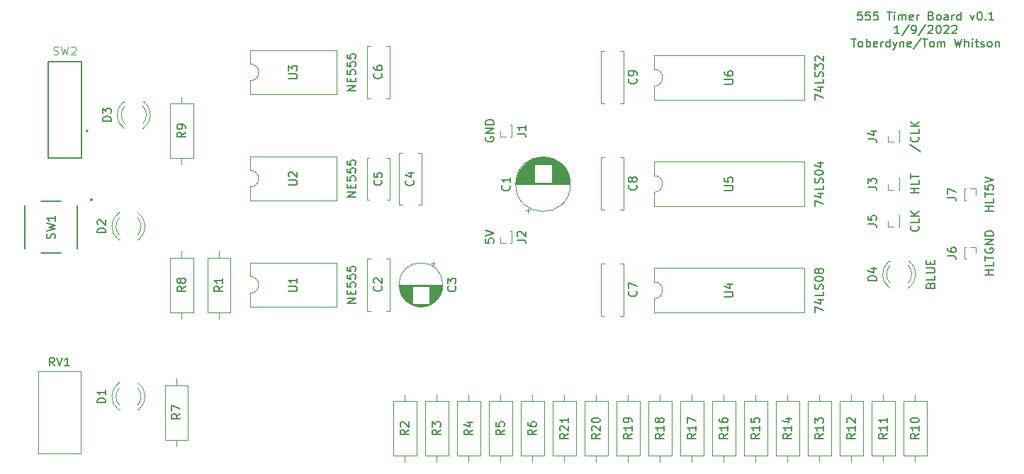
<source format=gbr>
%TF.GenerationSoftware,KiCad,Pcbnew,(6.0.0)*%
%TF.CreationDate,2022-01-09T16:02:52-08:00*%
%TF.ProjectId,Full555Timer,46756c6c-3535-4355-9469-6d65722e6b69,rev?*%
%TF.SameCoordinates,Original*%
%TF.FileFunction,Legend,Top*%
%TF.FilePolarity,Positive*%
%FSLAX46Y46*%
G04 Gerber Fmt 4.6, Leading zero omitted, Abs format (unit mm)*
G04 Created by KiCad (PCBNEW (6.0.0)) date 2022-01-09 16:02:52*
%MOMM*%
%LPD*%
G01*
G04 APERTURE LIST*
%ADD10C,0.150000*%
%ADD11C,0.141000*%
%ADD12C,0.015000*%
%ADD13C,0.120000*%
%ADD14C,0.152400*%
%ADD15C,0.127000*%
%ADD16C,0.200000*%
G04 APERTURE END LIST*
D10*
X198755952Y-74042380D02*
X198279761Y-74042380D01*
X198232142Y-74518571D01*
X198279761Y-74470952D01*
X198375000Y-74423333D01*
X198613095Y-74423333D01*
X198708333Y-74470952D01*
X198755952Y-74518571D01*
X198803571Y-74613809D01*
X198803571Y-74851904D01*
X198755952Y-74947142D01*
X198708333Y-74994761D01*
X198613095Y-75042380D01*
X198375000Y-75042380D01*
X198279761Y-74994761D01*
X198232142Y-74947142D01*
X199708333Y-74042380D02*
X199232142Y-74042380D01*
X199184523Y-74518571D01*
X199232142Y-74470952D01*
X199327380Y-74423333D01*
X199565476Y-74423333D01*
X199660714Y-74470952D01*
X199708333Y-74518571D01*
X199755952Y-74613809D01*
X199755952Y-74851904D01*
X199708333Y-74947142D01*
X199660714Y-74994761D01*
X199565476Y-75042380D01*
X199327380Y-75042380D01*
X199232142Y-74994761D01*
X199184523Y-74947142D01*
X200660714Y-74042380D02*
X200184523Y-74042380D01*
X200136904Y-74518571D01*
X200184523Y-74470952D01*
X200279761Y-74423333D01*
X200517857Y-74423333D01*
X200613095Y-74470952D01*
X200660714Y-74518571D01*
X200708333Y-74613809D01*
X200708333Y-74851904D01*
X200660714Y-74947142D01*
X200613095Y-74994761D01*
X200517857Y-75042380D01*
X200279761Y-75042380D01*
X200184523Y-74994761D01*
X200136904Y-74947142D01*
X201755952Y-74042380D02*
X202327380Y-74042380D01*
X202041666Y-75042380D02*
X202041666Y-74042380D01*
X202660714Y-75042380D02*
X202660714Y-74375714D01*
X202660714Y-74042380D02*
X202613095Y-74090000D01*
X202660714Y-74137619D01*
X202708333Y-74090000D01*
X202660714Y-74042380D01*
X202660714Y-74137619D01*
X203136904Y-75042380D02*
X203136904Y-74375714D01*
X203136904Y-74470952D02*
X203184523Y-74423333D01*
X203279761Y-74375714D01*
X203422619Y-74375714D01*
X203517857Y-74423333D01*
X203565476Y-74518571D01*
X203565476Y-75042380D01*
X203565476Y-74518571D02*
X203613095Y-74423333D01*
X203708333Y-74375714D01*
X203851190Y-74375714D01*
X203946428Y-74423333D01*
X203994047Y-74518571D01*
X203994047Y-75042380D01*
X204851190Y-74994761D02*
X204755952Y-75042380D01*
X204565476Y-75042380D01*
X204470238Y-74994761D01*
X204422619Y-74899523D01*
X204422619Y-74518571D01*
X204470238Y-74423333D01*
X204565476Y-74375714D01*
X204755952Y-74375714D01*
X204851190Y-74423333D01*
X204898809Y-74518571D01*
X204898809Y-74613809D01*
X204422619Y-74709047D01*
X205327380Y-75042380D02*
X205327380Y-74375714D01*
X205327380Y-74566190D02*
X205375000Y-74470952D01*
X205422619Y-74423333D01*
X205517857Y-74375714D01*
X205613095Y-74375714D01*
X207041666Y-74518571D02*
X207184523Y-74566190D01*
X207232142Y-74613809D01*
X207279761Y-74709047D01*
X207279761Y-74851904D01*
X207232142Y-74947142D01*
X207184523Y-74994761D01*
X207089285Y-75042380D01*
X206708333Y-75042380D01*
X206708333Y-74042380D01*
X207041666Y-74042380D01*
X207136904Y-74090000D01*
X207184523Y-74137619D01*
X207232142Y-74232857D01*
X207232142Y-74328095D01*
X207184523Y-74423333D01*
X207136904Y-74470952D01*
X207041666Y-74518571D01*
X206708333Y-74518571D01*
X207851190Y-75042380D02*
X207755952Y-74994761D01*
X207708333Y-74947142D01*
X207660714Y-74851904D01*
X207660714Y-74566190D01*
X207708333Y-74470952D01*
X207755952Y-74423333D01*
X207851190Y-74375714D01*
X207994047Y-74375714D01*
X208089285Y-74423333D01*
X208136904Y-74470952D01*
X208184523Y-74566190D01*
X208184523Y-74851904D01*
X208136904Y-74947142D01*
X208089285Y-74994761D01*
X207994047Y-75042380D01*
X207851190Y-75042380D01*
X209041666Y-75042380D02*
X209041666Y-74518571D01*
X208994047Y-74423333D01*
X208898809Y-74375714D01*
X208708333Y-74375714D01*
X208613095Y-74423333D01*
X209041666Y-74994761D02*
X208946428Y-75042380D01*
X208708333Y-75042380D01*
X208613095Y-74994761D01*
X208565476Y-74899523D01*
X208565476Y-74804285D01*
X208613095Y-74709047D01*
X208708333Y-74661428D01*
X208946428Y-74661428D01*
X209041666Y-74613809D01*
X209517857Y-75042380D02*
X209517857Y-74375714D01*
X209517857Y-74566190D02*
X209565476Y-74470952D01*
X209613095Y-74423333D01*
X209708333Y-74375714D01*
X209803571Y-74375714D01*
X210565476Y-75042380D02*
X210565476Y-74042380D01*
X210565476Y-74994761D02*
X210470238Y-75042380D01*
X210279761Y-75042380D01*
X210184523Y-74994761D01*
X210136904Y-74947142D01*
X210089285Y-74851904D01*
X210089285Y-74566190D01*
X210136904Y-74470952D01*
X210184523Y-74423333D01*
X210279761Y-74375714D01*
X210470238Y-74375714D01*
X210565476Y-74423333D01*
X211708333Y-74375714D02*
X211946428Y-75042380D01*
X212184523Y-74375714D01*
X212755952Y-74042380D02*
X212851190Y-74042380D01*
X212946428Y-74090000D01*
X212994047Y-74137619D01*
X213041666Y-74232857D01*
X213089285Y-74423333D01*
X213089285Y-74661428D01*
X213041666Y-74851904D01*
X212994047Y-74947142D01*
X212946428Y-74994761D01*
X212851190Y-75042380D01*
X212755952Y-75042380D01*
X212660714Y-74994761D01*
X212613095Y-74947142D01*
X212565476Y-74851904D01*
X212517857Y-74661428D01*
X212517857Y-74423333D01*
X212565476Y-74232857D01*
X212613095Y-74137619D01*
X212660714Y-74090000D01*
X212755952Y-74042380D01*
X213517857Y-74947142D02*
X213565476Y-74994761D01*
X213517857Y-75042380D01*
X213470238Y-74994761D01*
X213517857Y-74947142D01*
X213517857Y-75042380D01*
X214517857Y-75042380D02*
X213946428Y-75042380D01*
X214232142Y-75042380D02*
X214232142Y-74042380D01*
X214136904Y-74185238D01*
X214041666Y-74280476D01*
X213946428Y-74328095D01*
X203232142Y-76652380D02*
X202660714Y-76652380D01*
X202946428Y-76652380D02*
X202946428Y-75652380D01*
X202851190Y-75795238D01*
X202755952Y-75890476D01*
X202660714Y-75938095D01*
X204375000Y-75604761D02*
X203517857Y-76890476D01*
X204755952Y-76652380D02*
X204946428Y-76652380D01*
X205041666Y-76604761D01*
X205089285Y-76557142D01*
X205184523Y-76414285D01*
X205232142Y-76223809D01*
X205232142Y-75842857D01*
X205184523Y-75747619D01*
X205136904Y-75700000D01*
X205041666Y-75652380D01*
X204851190Y-75652380D01*
X204755952Y-75700000D01*
X204708333Y-75747619D01*
X204660714Y-75842857D01*
X204660714Y-76080952D01*
X204708333Y-76176190D01*
X204755952Y-76223809D01*
X204851190Y-76271428D01*
X205041666Y-76271428D01*
X205136904Y-76223809D01*
X205184523Y-76176190D01*
X205232142Y-76080952D01*
X206375000Y-75604761D02*
X205517857Y-76890476D01*
X206660714Y-75747619D02*
X206708333Y-75700000D01*
X206803571Y-75652380D01*
X207041666Y-75652380D01*
X207136904Y-75700000D01*
X207184523Y-75747619D01*
X207232142Y-75842857D01*
X207232142Y-75938095D01*
X207184523Y-76080952D01*
X206613095Y-76652380D01*
X207232142Y-76652380D01*
X207851190Y-75652380D02*
X207946428Y-75652380D01*
X208041666Y-75700000D01*
X208089285Y-75747619D01*
X208136904Y-75842857D01*
X208184523Y-76033333D01*
X208184523Y-76271428D01*
X208136904Y-76461904D01*
X208089285Y-76557142D01*
X208041666Y-76604761D01*
X207946428Y-76652380D01*
X207851190Y-76652380D01*
X207755952Y-76604761D01*
X207708333Y-76557142D01*
X207660714Y-76461904D01*
X207613095Y-76271428D01*
X207613095Y-76033333D01*
X207660714Y-75842857D01*
X207708333Y-75747619D01*
X207755952Y-75700000D01*
X207851190Y-75652380D01*
X208565476Y-75747619D02*
X208613095Y-75700000D01*
X208708333Y-75652380D01*
X208946428Y-75652380D01*
X209041666Y-75700000D01*
X209089285Y-75747619D01*
X209136904Y-75842857D01*
X209136904Y-75938095D01*
X209089285Y-76080952D01*
X208517857Y-76652380D01*
X209136904Y-76652380D01*
X209517857Y-75747619D02*
X209565476Y-75700000D01*
X209660714Y-75652380D01*
X209898809Y-75652380D01*
X209994047Y-75700000D01*
X210041666Y-75747619D01*
X210089285Y-75842857D01*
X210089285Y-75938095D01*
X210041666Y-76080952D01*
X209470238Y-76652380D01*
X210089285Y-76652380D01*
X197470238Y-77262380D02*
X198041666Y-77262380D01*
X197755952Y-78262380D02*
X197755952Y-77262380D01*
X198517857Y-78262380D02*
X198422619Y-78214761D01*
X198375000Y-78167142D01*
X198327380Y-78071904D01*
X198327380Y-77786190D01*
X198375000Y-77690952D01*
X198422619Y-77643333D01*
X198517857Y-77595714D01*
X198660714Y-77595714D01*
X198755952Y-77643333D01*
X198803571Y-77690952D01*
X198851190Y-77786190D01*
X198851190Y-78071904D01*
X198803571Y-78167142D01*
X198755952Y-78214761D01*
X198660714Y-78262380D01*
X198517857Y-78262380D01*
X199279761Y-78262380D02*
X199279761Y-77262380D01*
X199279761Y-77643333D02*
X199375000Y-77595714D01*
X199565476Y-77595714D01*
X199660714Y-77643333D01*
X199708333Y-77690952D01*
X199755952Y-77786190D01*
X199755952Y-78071904D01*
X199708333Y-78167142D01*
X199660714Y-78214761D01*
X199565476Y-78262380D01*
X199375000Y-78262380D01*
X199279761Y-78214761D01*
X200565476Y-78214761D02*
X200470238Y-78262380D01*
X200279761Y-78262380D01*
X200184523Y-78214761D01*
X200136904Y-78119523D01*
X200136904Y-77738571D01*
X200184523Y-77643333D01*
X200279761Y-77595714D01*
X200470238Y-77595714D01*
X200565476Y-77643333D01*
X200613095Y-77738571D01*
X200613095Y-77833809D01*
X200136904Y-77929047D01*
X201041666Y-78262380D02*
X201041666Y-77595714D01*
X201041666Y-77786190D02*
X201089285Y-77690952D01*
X201136904Y-77643333D01*
X201232142Y-77595714D01*
X201327380Y-77595714D01*
X202089285Y-78262380D02*
X202089285Y-77262380D01*
X202089285Y-78214761D02*
X201994047Y-78262380D01*
X201803571Y-78262380D01*
X201708333Y-78214761D01*
X201660714Y-78167142D01*
X201613095Y-78071904D01*
X201613095Y-77786190D01*
X201660714Y-77690952D01*
X201708333Y-77643333D01*
X201803571Y-77595714D01*
X201994047Y-77595714D01*
X202089285Y-77643333D01*
X202470238Y-77595714D02*
X202708333Y-78262380D01*
X202946428Y-77595714D02*
X202708333Y-78262380D01*
X202613095Y-78500476D01*
X202565476Y-78548095D01*
X202470238Y-78595714D01*
X203327380Y-77595714D02*
X203327380Y-78262380D01*
X203327380Y-77690952D02*
X203375000Y-77643333D01*
X203470238Y-77595714D01*
X203613095Y-77595714D01*
X203708333Y-77643333D01*
X203755952Y-77738571D01*
X203755952Y-78262380D01*
X204613095Y-78214761D02*
X204517857Y-78262380D01*
X204327380Y-78262380D01*
X204232142Y-78214761D01*
X204184523Y-78119523D01*
X204184523Y-77738571D01*
X204232142Y-77643333D01*
X204327380Y-77595714D01*
X204517857Y-77595714D01*
X204613095Y-77643333D01*
X204660714Y-77738571D01*
X204660714Y-77833809D01*
X204184523Y-77929047D01*
X205803571Y-77214761D02*
X204946428Y-78500476D01*
X205994047Y-77262380D02*
X206565476Y-77262380D01*
X206279761Y-78262380D02*
X206279761Y-77262380D01*
X207041666Y-78262380D02*
X206946428Y-78214761D01*
X206898809Y-78167142D01*
X206851190Y-78071904D01*
X206851190Y-77786190D01*
X206898809Y-77690952D01*
X206946428Y-77643333D01*
X207041666Y-77595714D01*
X207184523Y-77595714D01*
X207279761Y-77643333D01*
X207327380Y-77690952D01*
X207375000Y-77786190D01*
X207375000Y-78071904D01*
X207327380Y-78167142D01*
X207279761Y-78214761D01*
X207184523Y-78262380D01*
X207041666Y-78262380D01*
X207803571Y-78262380D02*
X207803571Y-77595714D01*
X207803571Y-77690952D02*
X207851190Y-77643333D01*
X207946428Y-77595714D01*
X208089285Y-77595714D01*
X208184523Y-77643333D01*
X208232142Y-77738571D01*
X208232142Y-78262380D01*
X208232142Y-77738571D02*
X208279761Y-77643333D01*
X208375000Y-77595714D01*
X208517857Y-77595714D01*
X208613095Y-77643333D01*
X208660714Y-77738571D01*
X208660714Y-78262380D01*
X209803571Y-77262380D02*
X210041666Y-78262380D01*
X210232142Y-77548095D01*
X210422619Y-78262380D01*
X210660714Y-77262380D01*
X211041666Y-78262380D02*
X211041666Y-77262380D01*
X211470238Y-78262380D02*
X211470238Y-77738571D01*
X211422619Y-77643333D01*
X211327380Y-77595714D01*
X211184523Y-77595714D01*
X211089285Y-77643333D01*
X211041666Y-77690952D01*
X211946428Y-78262380D02*
X211946428Y-77595714D01*
X211946428Y-77262380D02*
X211898809Y-77310000D01*
X211946428Y-77357619D01*
X211994047Y-77310000D01*
X211946428Y-77262380D01*
X211946428Y-77357619D01*
X212279761Y-77595714D02*
X212660714Y-77595714D01*
X212422619Y-77262380D02*
X212422619Y-78119523D01*
X212470238Y-78214761D01*
X212565476Y-78262380D01*
X212660714Y-78262380D01*
X212946428Y-78214761D02*
X213041666Y-78262380D01*
X213232142Y-78262380D01*
X213327380Y-78214761D01*
X213375000Y-78119523D01*
X213375000Y-78071904D01*
X213327380Y-77976666D01*
X213232142Y-77929047D01*
X213089285Y-77929047D01*
X212994047Y-77881428D01*
X212946428Y-77786190D01*
X212946428Y-77738571D01*
X212994047Y-77643333D01*
X213089285Y-77595714D01*
X213232142Y-77595714D01*
X213327380Y-77643333D01*
X213946428Y-78262380D02*
X213851190Y-78214761D01*
X213803571Y-78167142D01*
X213755952Y-78071904D01*
X213755952Y-77786190D01*
X213803571Y-77690952D01*
X213851190Y-77643333D01*
X213946428Y-77595714D01*
X214089285Y-77595714D01*
X214184523Y-77643333D01*
X214232142Y-77690952D01*
X214279761Y-77786190D01*
X214279761Y-78071904D01*
X214232142Y-78167142D01*
X214184523Y-78214761D01*
X214089285Y-78262380D01*
X213946428Y-78262380D01*
X214708333Y-77595714D02*
X214708333Y-78262380D01*
X214708333Y-77690952D02*
X214755952Y-77643333D01*
X214851190Y-77595714D01*
X214994047Y-77595714D01*
X215089285Y-77643333D01*
X215136904Y-77738571D01*
X215136904Y-78262380D01*
%TO.C,C1*%
X156612142Y-94801666D02*
X156659761Y-94849285D01*
X156707380Y-94992142D01*
X156707380Y-95087380D01*
X156659761Y-95230238D01*
X156564523Y-95325476D01*
X156469285Y-95373095D01*
X156278809Y-95420714D01*
X156135952Y-95420714D01*
X155945476Y-95373095D01*
X155850238Y-95325476D01*
X155755000Y-95230238D01*
X155707380Y-95087380D01*
X155707380Y-94992142D01*
X155755000Y-94849285D01*
X155802619Y-94801666D01*
X156707380Y-93849285D02*
X156707380Y-94420714D01*
X156707380Y-94135000D02*
X155707380Y-94135000D01*
X155850238Y-94230238D01*
X155945476Y-94325476D01*
X155993095Y-94420714D01*
%TO.C,C2*%
X141327142Y-106806666D02*
X141374761Y-106854285D01*
X141422380Y-106997142D01*
X141422380Y-107092380D01*
X141374761Y-107235238D01*
X141279523Y-107330476D01*
X141184285Y-107378095D01*
X140993809Y-107425714D01*
X140850952Y-107425714D01*
X140660476Y-107378095D01*
X140565238Y-107330476D01*
X140470000Y-107235238D01*
X140422380Y-107092380D01*
X140422380Y-106997142D01*
X140470000Y-106854285D01*
X140517619Y-106806666D01*
X140517619Y-106425714D02*
X140470000Y-106378095D01*
X140422380Y-106282857D01*
X140422380Y-106044761D01*
X140470000Y-105949523D01*
X140517619Y-105901904D01*
X140612857Y-105854285D01*
X140708095Y-105854285D01*
X140850952Y-105901904D01*
X141422380Y-106473333D01*
X141422380Y-105854285D01*
%TO.C,C3*%
X150157142Y-106826666D02*
X150204761Y-106874285D01*
X150252380Y-107017142D01*
X150252380Y-107112380D01*
X150204761Y-107255238D01*
X150109523Y-107350476D01*
X150014285Y-107398095D01*
X149823809Y-107445714D01*
X149680952Y-107445714D01*
X149490476Y-107398095D01*
X149395238Y-107350476D01*
X149300000Y-107255238D01*
X149252380Y-107112380D01*
X149252380Y-107017142D01*
X149300000Y-106874285D01*
X149347619Y-106826666D01*
X149252380Y-106493333D02*
X149252380Y-105874285D01*
X149633333Y-106207619D01*
X149633333Y-106064761D01*
X149680952Y-105969523D01*
X149728571Y-105921904D01*
X149823809Y-105874285D01*
X150061904Y-105874285D01*
X150157142Y-105921904D01*
X150204761Y-105969523D01*
X150252380Y-106064761D01*
X150252380Y-106350476D01*
X150204761Y-106445714D01*
X150157142Y-106493333D01*
D11*
%TO.C,C5*%
X141305714Y-94176666D02*
X141350476Y-94221428D01*
X141395238Y-94355714D01*
X141395238Y-94445238D01*
X141350476Y-94579523D01*
X141260952Y-94669047D01*
X141171428Y-94713809D01*
X140992380Y-94758571D01*
X140858095Y-94758571D01*
X140679047Y-94713809D01*
X140589523Y-94669047D01*
X140500000Y-94579523D01*
X140455238Y-94445238D01*
X140455238Y-94355714D01*
X140500000Y-94221428D01*
X140544761Y-94176666D01*
X140455238Y-93326190D02*
X140455238Y-93773809D01*
X140902857Y-93818571D01*
X140858095Y-93773809D01*
X140813333Y-93684285D01*
X140813333Y-93460476D01*
X140858095Y-93370952D01*
X140902857Y-93326190D01*
X140992380Y-93281428D01*
X141216190Y-93281428D01*
X141305714Y-93326190D01*
X141350476Y-93370952D01*
X141395238Y-93460476D01*
X141395238Y-93684285D01*
X141350476Y-93773809D01*
X141305714Y-93818571D01*
D10*
%TO.C,C6*%
X141327142Y-81406666D02*
X141374761Y-81454285D01*
X141422380Y-81597142D01*
X141422380Y-81692380D01*
X141374761Y-81835238D01*
X141279523Y-81930476D01*
X141184285Y-81978095D01*
X140993809Y-82025714D01*
X140850952Y-82025714D01*
X140660476Y-81978095D01*
X140565238Y-81930476D01*
X140470000Y-81835238D01*
X140422380Y-81692380D01*
X140422380Y-81597142D01*
X140470000Y-81454285D01*
X140517619Y-81406666D01*
X140422380Y-80549523D02*
X140422380Y-80740000D01*
X140470000Y-80835238D01*
X140517619Y-80882857D01*
X140660476Y-80978095D01*
X140850952Y-81025714D01*
X141231904Y-81025714D01*
X141327142Y-80978095D01*
X141374761Y-80930476D01*
X141422380Y-80835238D01*
X141422380Y-80644761D01*
X141374761Y-80549523D01*
X141327142Y-80501904D01*
X141231904Y-80454285D01*
X140993809Y-80454285D01*
X140898571Y-80501904D01*
X140850952Y-80549523D01*
X140803333Y-80644761D01*
X140803333Y-80835238D01*
X140850952Y-80930476D01*
X140898571Y-80978095D01*
X140993809Y-81025714D01*
%TO.C,C7*%
X171767142Y-107441666D02*
X171814761Y-107489285D01*
X171862380Y-107632142D01*
X171862380Y-107727380D01*
X171814761Y-107870238D01*
X171719523Y-107965476D01*
X171624285Y-108013095D01*
X171433809Y-108060714D01*
X171290952Y-108060714D01*
X171100476Y-108013095D01*
X171005238Y-107965476D01*
X170910000Y-107870238D01*
X170862380Y-107727380D01*
X170862380Y-107632142D01*
X170910000Y-107489285D01*
X170957619Y-107441666D01*
X170862380Y-107108333D02*
X170862380Y-106441666D01*
X171862380Y-106870238D01*
%TO.C,D1*%
X108402380Y-120753095D02*
X107402380Y-120753095D01*
X107402380Y-120515000D01*
X107450000Y-120372142D01*
X107545238Y-120276904D01*
X107640476Y-120229285D01*
X107830952Y-120181666D01*
X107973809Y-120181666D01*
X108164285Y-120229285D01*
X108259523Y-120276904D01*
X108354761Y-120372142D01*
X108402380Y-120515000D01*
X108402380Y-120753095D01*
X108402380Y-119229285D02*
X108402380Y-119800714D01*
X108402380Y-119515000D02*
X107402380Y-119515000D01*
X107545238Y-119610238D01*
X107640476Y-119705476D01*
X107688095Y-119800714D01*
%TO.C,D2*%
X108402380Y-100433095D02*
X107402380Y-100433095D01*
X107402380Y-100195000D01*
X107450000Y-100052142D01*
X107545238Y-99956904D01*
X107640476Y-99909285D01*
X107830952Y-99861666D01*
X107973809Y-99861666D01*
X108164285Y-99909285D01*
X108259523Y-99956904D01*
X108354761Y-100052142D01*
X108402380Y-100195000D01*
X108402380Y-100433095D01*
X107497619Y-99480714D02*
X107450000Y-99433095D01*
X107402380Y-99337857D01*
X107402380Y-99099761D01*
X107450000Y-99004523D01*
X107497619Y-98956904D01*
X107592857Y-98909285D01*
X107688095Y-98909285D01*
X107830952Y-98956904D01*
X108402380Y-99528333D01*
X108402380Y-98909285D01*
%TO.C,D4*%
X200477380Y-106148095D02*
X199477380Y-106148095D01*
X199477380Y-105910000D01*
X199525000Y-105767142D01*
X199620238Y-105671904D01*
X199715476Y-105624285D01*
X199905952Y-105576666D01*
X200048809Y-105576666D01*
X200239285Y-105624285D01*
X200334523Y-105671904D01*
X200429761Y-105767142D01*
X200477380Y-105910000D01*
X200477380Y-106148095D01*
X199810714Y-104719523D02*
X200477380Y-104719523D01*
X199429761Y-104957619D02*
X200144047Y-105195714D01*
X200144047Y-104576666D01*
X206938571Y-106719523D02*
X206986190Y-106576666D01*
X207033809Y-106529047D01*
X207129047Y-106481428D01*
X207271904Y-106481428D01*
X207367142Y-106529047D01*
X207414761Y-106576666D01*
X207462380Y-106671904D01*
X207462380Y-107052857D01*
X206462380Y-107052857D01*
X206462380Y-106719523D01*
X206510000Y-106624285D01*
X206557619Y-106576666D01*
X206652857Y-106529047D01*
X206748095Y-106529047D01*
X206843333Y-106576666D01*
X206890952Y-106624285D01*
X206938571Y-106719523D01*
X206938571Y-107052857D01*
X207462380Y-105576666D02*
X207462380Y-106052857D01*
X206462380Y-106052857D01*
X206462380Y-105243333D02*
X207271904Y-105243333D01*
X207367142Y-105195714D01*
X207414761Y-105148095D01*
X207462380Y-105052857D01*
X207462380Y-104862380D01*
X207414761Y-104767142D01*
X207367142Y-104719523D01*
X207271904Y-104671904D01*
X206462380Y-104671904D01*
X206938571Y-104195714D02*
X206938571Y-103862380D01*
X207462380Y-103719523D02*
X207462380Y-104195714D01*
X206462380Y-104195714D01*
X206462380Y-103719523D01*
%TO.C,J3*%
X199477380Y-94948333D02*
X200191666Y-94948333D01*
X200334523Y-94995952D01*
X200429761Y-95091190D01*
X200477380Y-95234047D01*
X200477380Y-95329285D01*
X199477380Y-94567380D02*
X199477380Y-93948333D01*
X199858333Y-94281666D01*
X199858333Y-94138809D01*
X199905952Y-94043571D01*
X199953571Y-93995952D01*
X200048809Y-93948333D01*
X200286904Y-93948333D01*
X200382142Y-93995952D01*
X200429761Y-94043571D01*
X200477380Y-94138809D01*
X200477380Y-94424523D01*
X200429761Y-94519761D01*
X200382142Y-94567380D01*
X205557380Y-95686428D02*
X204557380Y-95686428D01*
X205033571Y-95686428D02*
X205033571Y-95115000D01*
X205557380Y-95115000D02*
X204557380Y-95115000D01*
X205557380Y-94162619D02*
X205557380Y-94638809D01*
X204557380Y-94638809D01*
X204557380Y-93972142D02*
X204557380Y-93400714D01*
X205557380Y-93686428D02*
X204557380Y-93686428D01*
%TO.C,J5*%
X199477380Y-99393333D02*
X200191666Y-99393333D01*
X200334523Y-99440952D01*
X200429761Y-99536190D01*
X200477380Y-99679047D01*
X200477380Y-99774285D01*
X199477380Y-98440952D02*
X199477380Y-98917142D01*
X199953571Y-98964761D01*
X199905952Y-98917142D01*
X199858333Y-98821904D01*
X199858333Y-98583809D01*
X199905952Y-98488571D01*
X199953571Y-98440952D01*
X200048809Y-98393333D01*
X200286904Y-98393333D01*
X200382142Y-98440952D01*
X200429761Y-98488571D01*
X200477380Y-98583809D01*
X200477380Y-98821904D01*
X200429761Y-98917142D01*
X200382142Y-98964761D01*
X205462142Y-99655238D02*
X205509761Y-99702857D01*
X205557380Y-99845714D01*
X205557380Y-99940952D01*
X205509761Y-100083809D01*
X205414523Y-100179047D01*
X205319285Y-100226666D01*
X205128809Y-100274285D01*
X204985952Y-100274285D01*
X204795476Y-100226666D01*
X204700238Y-100179047D01*
X204605000Y-100083809D01*
X204557380Y-99940952D01*
X204557380Y-99845714D01*
X204605000Y-99702857D01*
X204652619Y-99655238D01*
X205557380Y-98750476D02*
X205557380Y-99226666D01*
X204557380Y-99226666D01*
X205557380Y-98417142D02*
X204557380Y-98417142D01*
X205557380Y-97845714D02*
X204985952Y-98274285D01*
X204557380Y-97845714D02*
X205128809Y-98417142D01*
%TO.C,R1*%
X122372380Y-106846666D02*
X121896190Y-107180000D01*
X122372380Y-107418095D02*
X121372380Y-107418095D01*
X121372380Y-107037142D01*
X121420000Y-106941904D01*
X121467619Y-106894285D01*
X121562857Y-106846666D01*
X121705714Y-106846666D01*
X121800952Y-106894285D01*
X121848571Y-106941904D01*
X121896190Y-107037142D01*
X121896190Y-107418095D01*
X122372380Y-105894285D02*
X122372380Y-106465714D01*
X122372380Y-106180000D02*
X121372380Y-106180000D01*
X121515238Y-106275238D01*
X121610476Y-106370476D01*
X121658095Y-106465714D01*
%TO.C,R2*%
X144597380Y-123991666D02*
X144121190Y-124325000D01*
X144597380Y-124563095D02*
X143597380Y-124563095D01*
X143597380Y-124182142D01*
X143645000Y-124086904D01*
X143692619Y-124039285D01*
X143787857Y-123991666D01*
X143930714Y-123991666D01*
X144025952Y-124039285D01*
X144073571Y-124086904D01*
X144121190Y-124182142D01*
X144121190Y-124563095D01*
X143692619Y-123610714D02*
X143645000Y-123563095D01*
X143597380Y-123467857D01*
X143597380Y-123229761D01*
X143645000Y-123134523D01*
X143692619Y-123086904D01*
X143787857Y-123039285D01*
X143883095Y-123039285D01*
X144025952Y-123086904D01*
X144597380Y-123658333D01*
X144597380Y-123039285D01*
%TO.C,R4*%
X152217380Y-123991666D02*
X151741190Y-124325000D01*
X152217380Y-124563095D02*
X151217380Y-124563095D01*
X151217380Y-124182142D01*
X151265000Y-124086904D01*
X151312619Y-124039285D01*
X151407857Y-123991666D01*
X151550714Y-123991666D01*
X151645952Y-124039285D01*
X151693571Y-124086904D01*
X151741190Y-124182142D01*
X151741190Y-124563095D01*
X151550714Y-123134523D02*
X152217380Y-123134523D01*
X151169761Y-123372619D02*
X151884047Y-123610714D01*
X151884047Y-122991666D01*
%TO.C,R5*%
X156027380Y-123991666D02*
X155551190Y-124325000D01*
X156027380Y-124563095D02*
X155027380Y-124563095D01*
X155027380Y-124182142D01*
X155075000Y-124086904D01*
X155122619Y-124039285D01*
X155217857Y-123991666D01*
X155360714Y-123991666D01*
X155455952Y-124039285D01*
X155503571Y-124086904D01*
X155551190Y-124182142D01*
X155551190Y-124563095D01*
X155027380Y-123086904D02*
X155027380Y-123563095D01*
X155503571Y-123610714D01*
X155455952Y-123563095D01*
X155408333Y-123467857D01*
X155408333Y-123229761D01*
X155455952Y-123134523D01*
X155503571Y-123086904D01*
X155598809Y-123039285D01*
X155836904Y-123039285D01*
X155932142Y-123086904D01*
X155979761Y-123134523D01*
X156027380Y-123229761D01*
X156027380Y-123467857D01*
X155979761Y-123563095D01*
X155932142Y-123610714D01*
%TO.C,R6*%
X159837380Y-123991666D02*
X159361190Y-124325000D01*
X159837380Y-124563095D02*
X158837380Y-124563095D01*
X158837380Y-124182142D01*
X158885000Y-124086904D01*
X158932619Y-124039285D01*
X159027857Y-123991666D01*
X159170714Y-123991666D01*
X159265952Y-124039285D01*
X159313571Y-124086904D01*
X159361190Y-124182142D01*
X159361190Y-124563095D01*
X158837380Y-123134523D02*
X158837380Y-123325000D01*
X158885000Y-123420238D01*
X158932619Y-123467857D01*
X159075476Y-123563095D01*
X159265952Y-123610714D01*
X159646904Y-123610714D01*
X159742142Y-123563095D01*
X159789761Y-123515476D01*
X159837380Y-123420238D01*
X159837380Y-123229761D01*
X159789761Y-123134523D01*
X159742142Y-123086904D01*
X159646904Y-123039285D01*
X159408809Y-123039285D01*
X159313571Y-123086904D01*
X159265952Y-123134523D01*
X159218333Y-123229761D01*
X159218333Y-123420238D01*
X159265952Y-123515476D01*
X159313571Y-123563095D01*
X159408809Y-123610714D01*
%TO.C,R7*%
X117292380Y-122086666D02*
X116816190Y-122420000D01*
X117292380Y-122658095D02*
X116292380Y-122658095D01*
X116292380Y-122277142D01*
X116340000Y-122181904D01*
X116387619Y-122134285D01*
X116482857Y-122086666D01*
X116625714Y-122086666D01*
X116720952Y-122134285D01*
X116768571Y-122181904D01*
X116816190Y-122277142D01*
X116816190Y-122658095D01*
X116292380Y-121753333D02*
X116292380Y-121086666D01*
X117292380Y-121515238D01*
%TO.C,R8*%
X117927380Y-106846666D02*
X117451190Y-107180000D01*
X117927380Y-107418095D02*
X116927380Y-107418095D01*
X116927380Y-107037142D01*
X116975000Y-106941904D01*
X117022619Y-106894285D01*
X117117857Y-106846666D01*
X117260714Y-106846666D01*
X117355952Y-106894285D01*
X117403571Y-106941904D01*
X117451190Y-107037142D01*
X117451190Y-107418095D01*
X117355952Y-106275238D02*
X117308333Y-106370476D01*
X117260714Y-106418095D01*
X117165476Y-106465714D01*
X117117857Y-106465714D01*
X117022619Y-106418095D01*
X116975000Y-106370476D01*
X116927380Y-106275238D01*
X116927380Y-106084761D01*
X116975000Y-105989523D01*
X117022619Y-105941904D01*
X117117857Y-105894285D01*
X117165476Y-105894285D01*
X117260714Y-105941904D01*
X117308333Y-105989523D01*
X117355952Y-106084761D01*
X117355952Y-106275238D01*
X117403571Y-106370476D01*
X117451190Y-106418095D01*
X117546428Y-106465714D01*
X117736904Y-106465714D01*
X117832142Y-106418095D01*
X117879761Y-106370476D01*
X117927380Y-106275238D01*
X117927380Y-106084761D01*
X117879761Y-105989523D01*
X117832142Y-105941904D01*
X117736904Y-105894285D01*
X117546428Y-105894285D01*
X117451190Y-105941904D01*
X117403571Y-105989523D01*
X117355952Y-106084761D01*
%TO.C,U1*%
X138247380Y-108846666D02*
X137247380Y-108846666D01*
X138247380Y-108275238D01*
X137247380Y-108275238D01*
X137723571Y-107799047D02*
X137723571Y-107465714D01*
X138247380Y-107322857D02*
X138247380Y-107799047D01*
X137247380Y-107799047D01*
X137247380Y-107322857D01*
X137247380Y-106418095D02*
X137247380Y-106894285D01*
X137723571Y-106941904D01*
X137675952Y-106894285D01*
X137628333Y-106799047D01*
X137628333Y-106560952D01*
X137675952Y-106465714D01*
X137723571Y-106418095D01*
X137818809Y-106370476D01*
X138056904Y-106370476D01*
X138152142Y-106418095D01*
X138199761Y-106465714D01*
X138247380Y-106560952D01*
X138247380Y-106799047D01*
X138199761Y-106894285D01*
X138152142Y-106941904D01*
X137247380Y-105465714D02*
X137247380Y-105941904D01*
X137723571Y-105989523D01*
X137675952Y-105941904D01*
X137628333Y-105846666D01*
X137628333Y-105608571D01*
X137675952Y-105513333D01*
X137723571Y-105465714D01*
X137818809Y-105418095D01*
X138056904Y-105418095D01*
X138152142Y-105465714D01*
X138199761Y-105513333D01*
X138247380Y-105608571D01*
X138247380Y-105846666D01*
X138199761Y-105941904D01*
X138152142Y-105989523D01*
X137247380Y-104513333D02*
X137247380Y-104989523D01*
X137723571Y-105037142D01*
X137675952Y-104989523D01*
X137628333Y-104894285D01*
X137628333Y-104656190D01*
X137675952Y-104560952D01*
X137723571Y-104513333D01*
X137818809Y-104465714D01*
X138056904Y-104465714D01*
X138152142Y-104513333D01*
X138199761Y-104560952D01*
X138247380Y-104656190D01*
X138247380Y-104894285D01*
X138199761Y-104989523D01*
X138152142Y-105037142D01*
X130262380Y-107441904D02*
X131071904Y-107441904D01*
X131167142Y-107394285D01*
X131214761Y-107346666D01*
X131262380Y-107251428D01*
X131262380Y-107060952D01*
X131214761Y-106965714D01*
X131167142Y-106918095D01*
X131071904Y-106870476D01*
X130262380Y-106870476D01*
X131262380Y-105870476D02*
X131262380Y-106441904D01*
X131262380Y-106156190D02*
X130262380Y-106156190D01*
X130405238Y-106251428D01*
X130500476Y-106346666D01*
X130548095Y-106441904D01*
%TO.C,U2*%
X138247380Y-96146666D02*
X137247380Y-96146666D01*
X138247380Y-95575238D01*
X137247380Y-95575238D01*
X137723571Y-95099047D02*
X137723571Y-94765714D01*
X138247380Y-94622857D02*
X138247380Y-95099047D01*
X137247380Y-95099047D01*
X137247380Y-94622857D01*
X137247380Y-93718095D02*
X137247380Y-94194285D01*
X137723571Y-94241904D01*
X137675952Y-94194285D01*
X137628333Y-94099047D01*
X137628333Y-93860952D01*
X137675952Y-93765714D01*
X137723571Y-93718095D01*
X137818809Y-93670476D01*
X138056904Y-93670476D01*
X138152142Y-93718095D01*
X138199761Y-93765714D01*
X138247380Y-93860952D01*
X138247380Y-94099047D01*
X138199761Y-94194285D01*
X138152142Y-94241904D01*
X137247380Y-92765714D02*
X137247380Y-93241904D01*
X137723571Y-93289523D01*
X137675952Y-93241904D01*
X137628333Y-93146666D01*
X137628333Y-92908571D01*
X137675952Y-92813333D01*
X137723571Y-92765714D01*
X137818809Y-92718095D01*
X138056904Y-92718095D01*
X138152142Y-92765714D01*
X138199761Y-92813333D01*
X138247380Y-92908571D01*
X138247380Y-93146666D01*
X138199761Y-93241904D01*
X138152142Y-93289523D01*
X137247380Y-91813333D02*
X137247380Y-92289523D01*
X137723571Y-92337142D01*
X137675952Y-92289523D01*
X137628333Y-92194285D01*
X137628333Y-91956190D01*
X137675952Y-91860952D01*
X137723571Y-91813333D01*
X137818809Y-91765714D01*
X138056904Y-91765714D01*
X138152142Y-91813333D01*
X138199761Y-91860952D01*
X138247380Y-91956190D01*
X138247380Y-92194285D01*
X138199761Y-92289523D01*
X138152142Y-92337142D01*
X130262380Y-94741904D02*
X131071904Y-94741904D01*
X131167142Y-94694285D01*
X131214761Y-94646666D01*
X131262380Y-94551428D01*
X131262380Y-94360952D01*
X131214761Y-94265714D01*
X131167142Y-94218095D01*
X131071904Y-94170476D01*
X130262380Y-94170476D01*
X130357619Y-93741904D02*
X130310000Y-93694285D01*
X130262380Y-93599047D01*
X130262380Y-93360952D01*
X130310000Y-93265714D01*
X130357619Y-93218095D01*
X130452857Y-93170476D01*
X130548095Y-93170476D01*
X130690952Y-93218095D01*
X131262380Y-93789523D01*
X131262380Y-93170476D01*
%TO.C,U3*%
X138247380Y-83446666D02*
X137247380Y-83446666D01*
X138247380Y-82875238D01*
X137247380Y-82875238D01*
X137723571Y-82399047D02*
X137723571Y-82065714D01*
X138247380Y-81922857D02*
X138247380Y-82399047D01*
X137247380Y-82399047D01*
X137247380Y-81922857D01*
X137247380Y-81018095D02*
X137247380Y-81494285D01*
X137723571Y-81541904D01*
X137675952Y-81494285D01*
X137628333Y-81399047D01*
X137628333Y-81160952D01*
X137675952Y-81065714D01*
X137723571Y-81018095D01*
X137818809Y-80970476D01*
X138056904Y-80970476D01*
X138152142Y-81018095D01*
X138199761Y-81065714D01*
X138247380Y-81160952D01*
X138247380Y-81399047D01*
X138199761Y-81494285D01*
X138152142Y-81541904D01*
X137247380Y-80065714D02*
X137247380Y-80541904D01*
X137723571Y-80589523D01*
X137675952Y-80541904D01*
X137628333Y-80446666D01*
X137628333Y-80208571D01*
X137675952Y-80113333D01*
X137723571Y-80065714D01*
X137818809Y-80018095D01*
X138056904Y-80018095D01*
X138152142Y-80065714D01*
X138199761Y-80113333D01*
X138247380Y-80208571D01*
X138247380Y-80446666D01*
X138199761Y-80541904D01*
X138152142Y-80589523D01*
X137247380Y-79113333D02*
X137247380Y-79589523D01*
X137723571Y-79637142D01*
X137675952Y-79589523D01*
X137628333Y-79494285D01*
X137628333Y-79256190D01*
X137675952Y-79160952D01*
X137723571Y-79113333D01*
X137818809Y-79065714D01*
X138056904Y-79065714D01*
X138152142Y-79113333D01*
X138199761Y-79160952D01*
X138247380Y-79256190D01*
X138247380Y-79494285D01*
X138199761Y-79589523D01*
X138152142Y-79637142D01*
X130262380Y-82041904D02*
X131071904Y-82041904D01*
X131167142Y-81994285D01*
X131214761Y-81946666D01*
X131262380Y-81851428D01*
X131262380Y-81660952D01*
X131214761Y-81565714D01*
X131167142Y-81518095D01*
X131071904Y-81470476D01*
X130262380Y-81470476D01*
X130262380Y-81089523D02*
X130262380Y-80470476D01*
X130643333Y-80803809D01*
X130643333Y-80660952D01*
X130690952Y-80565714D01*
X130738571Y-80518095D01*
X130833809Y-80470476D01*
X131071904Y-80470476D01*
X131167142Y-80518095D01*
X131214761Y-80565714D01*
X131262380Y-80660952D01*
X131262380Y-80946666D01*
X131214761Y-81041904D01*
X131167142Y-81089523D01*
%TO.C,U5*%
X193127380Y-97257857D02*
X193127380Y-96591190D01*
X194127380Y-97019761D01*
X193460714Y-95781666D02*
X194127380Y-95781666D01*
X193079761Y-96019761D02*
X193794047Y-96257857D01*
X193794047Y-95638809D01*
X194127380Y-94781666D02*
X194127380Y-95257857D01*
X193127380Y-95257857D01*
X194079761Y-94495952D02*
X194127380Y-94353095D01*
X194127380Y-94115000D01*
X194079761Y-94019761D01*
X194032142Y-93972142D01*
X193936904Y-93924523D01*
X193841666Y-93924523D01*
X193746428Y-93972142D01*
X193698809Y-94019761D01*
X193651190Y-94115000D01*
X193603571Y-94305476D01*
X193555952Y-94400714D01*
X193508333Y-94448333D01*
X193413095Y-94495952D01*
X193317857Y-94495952D01*
X193222619Y-94448333D01*
X193175000Y-94400714D01*
X193127380Y-94305476D01*
X193127380Y-94067380D01*
X193175000Y-93924523D01*
X193127380Y-93305476D02*
X193127380Y-93210238D01*
X193175000Y-93115000D01*
X193222619Y-93067380D01*
X193317857Y-93019761D01*
X193508333Y-92972142D01*
X193746428Y-92972142D01*
X193936904Y-93019761D01*
X194032142Y-93067380D01*
X194079761Y-93115000D01*
X194127380Y-93210238D01*
X194127380Y-93305476D01*
X194079761Y-93400714D01*
X194032142Y-93448333D01*
X193936904Y-93495952D01*
X193746428Y-93543571D01*
X193508333Y-93543571D01*
X193317857Y-93495952D01*
X193222619Y-93448333D01*
X193175000Y-93400714D01*
X193127380Y-93305476D01*
X193460714Y-92115000D02*
X194127380Y-92115000D01*
X193079761Y-92353095D02*
X193794047Y-92591190D01*
X193794047Y-91972142D01*
X182332380Y-95376904D02*
X183141904Y-95376904D01*
X183237142Y-95329285D01*
X183284761Y-95281666D01*
X183332380Y-95186428D01*
X183332380Y-94995952D01*
X183284761Y-94900714D01*
X183237142Y-94853095D01*
X183141904Y-94805476D01*
X182332380Y-94805476D01*
X182332380Y-93853095D02*
X182332380Y-94329285D01*
X182808571Y-94376904D01*
X182760952Y-94329285D01*
X182713333Y-94234047D01*
X182713333Y-93995952D01*
X182760952Y-93900714D01*
X182808571Y-93853095D01*
X182903809Y-93805476D01*
X183141904Y-93805476D01*
X183237142Y-93853095D01*
X183284761Y-93900714D01*
X183332380Y-93995952D01*
X183332380Y-94234047D01*
X183284761Y-94329285D01*
X183237142Y-94376904D01*
%TO.C,U6*%
X193127380Y-84557857D02*
X193127380Y-83891190D01*
X194127380Y-84319761D01*
X193460714Y-83081666D02*
X194127380Y-83081666D01*
X193079761Y-83319761D02*
X193794047Y-83557857D01*
X193794047Y-82938809D01*
X194127380Y-82081666D02*
X194127380Y-82557857D01*
X193127380Y-82557857D01*
X194079761Y-81795952D02*
X194127380Y-81653095D01*
X194127380Y-81415000D01*
X194079761Y-81319761D01*
X194032142Y-81272142D01*
X193936904Y-81224523D01*
X193841666Y-81224523D01*
X193746428Y-81272142D01*
X193698809Y-81319761D01*
X193651190Y-81415000D01*
X193603571Y-81605476D01*
X193555952Y-81700714D01*
X193508333Y-81748333D01*
X193413095Y-81795952D01*
X193317857Y-81795952D01*
X193222619Y-81748333D01*
X193175000Y-81700714D01*
X193127380Y-81605476D01*
X193127380Y-81367380D01*
X193175000Y-81224523D01*
X193127380Y-80891190D02*
X193127380Y-80272142D01*
X193508333Y-80605476D01*
X193508333Y-80462619D01*
X193555952Y-80367380D01*
X193603571Y-80319761D01*
X193698809Y-80272142D01*
X193936904Y-80272142D01*
X194032142Y-80319761D01*
X194079761Y-80367380D01*
X194127380Y-80462619D01*
X194127380Y-80748333D01*
X194079761Y-80843571D01*
X194032142Y-80891190D01*
X193222619Y-79891190D02*
X193175000Y-79843571D01*
X193127380Y-79748333D01*
X193127380Y-79510238D01*
X193175000Y-79415000D01*
X193222619Y-79367380D01*
X193317857Y-79319761D01*
X193413095Y-79319761D01*
X193555952Y-79367380D01*
X194127380Y-79938809D01*
X194127380Y-79319761D01*
X182332380Y-82676904D02*
X183141904Y-82676904D01*
X183237142Y-82629285D01*
X183284761Y-82581666D01*
X183332380Y-82486428D01*
X183332380Y-82295952D01*
X183284761Y-82200714D01*
X183237142Y-82153095D01*
X183141904Y-82105476D01*
X182332380Y-82105476D01*
X182332380Y-81200714D02*
X182332380Y-81391190D01*
X182380000Y-81486428D01*
X182427619Y-81534047D01*
X182570476Y-81629285D01*
X182760952Y-81676904D01*
X183141904Y-81676904D01*
X183237142Y-81629285D01*
X183284761Y-81581666D01*
X183332380Y-81486428D01*
X183332380Y-81295952D01*
X183284761Y-81200714D01*
X183237142Y-81153095D01*
X183141904Y-81105476D01*
X182903809Y-81105476D01*
X182808571Y-81153095D01*
X182760952Y-81200714D01*
X182713333Y-81295952D01*
X182713333Y-81486428D01*
X182760952Y-81581666D01*
X182808571Y-81629285D01*
X182903809Y-81676904D01*
%TO.C,SW1*%
X102294760Y-101103334D02*
X102342379Y-100960477D01*
X102342379Y-100722381D01*
X102294760Y-100627143D01*
X102247141Y-100579524D01*
X102151903Y-100531905D01*
X102056665Y-100531905D01*
X101961427Y-100579524D01*
X101913808Y-100627143D01*
X101866189Y-100722381D01*
X101818570Y-100912858D01*
X101770951Y-101008096D01*
X101723332Y-101055715D01*
X101628094Y-101103334D01*
X101532856Y-101103334D01*
X101437618Y-101055715D01*
X101389999Y-101008096D01*
X101342379Y-100912858D01*
X101342379Y-100674762D01*
X101389999Y-100531905D01*
X101342379Y-100198572D02*
X102342379Y-99960477D01*
X101628094Y-99770001D01*
X102342379Y-99579524D01*
X101342379Y-99341429D01*
X102342379Y-98436667D02*
X102342379Y-99008096D01*
X102342379Y-98722381D02*
X101342379Y-98722381D01*
X101485237Y-98817620D01*
X101580475Y-98912858D01*
X101628094Y-99008096D01*
%TO.C,J2*%
X157567380Y-101298333D02*
X158281666Y-101298333D01*
X158424523Y-101345952D01*
X158519761Y-101441190D01*
X158567380Y-101584047D01*
X158567380Y-101679285D01*
X157662619Y-100869761D02*
X157615000Y-100822142D01*
X157567380Y-100726904D01*
X157567380Y-100488809D01*
X157615000Y-100393571D01*
X157662619Y-100345952D01*
X157757857Y-100298333D01*
X157853095Y-100298333D01*
X157995952Y-100345952D01*
X158567380Y-100917380D01*
X158567380Y-100298333D01*
X153757380Y-101155476D02*
X153757380Y-101631666D01*
X154233571Y-101679285D01*
X154185952Y-101631666D01*
X154138333Y-101536428D01*
X154138333Y-101298333D01*
X154185952Y-101203095D01*
X154233571Y-101155476D01*
X154328809Y-101107857D01*
X154566904Y-101107857D01*
X154662142Y-101155476D01*
X154709761Y-101203095D01*
X154757380Y-101298333D01*
X154757380Y-101536428D01*
X154709761Y-101631666D01*
X154662142Y-101679285D01*
X153757380Y-100822142D02*
X154757380Y-100488809D01*
X153757380Y-100155476D01*
%TO.C,U4*%
X193127380Y-109957857D02*
X193127380Y-109291190D01*
X194127380Y-109719761D01*
X193460714Y-108481666D02*
X194127380Y-108481666D01*
X193079761Y-108719761D02*
X193794047Y-108957857D01*
X193794047Y-108338809D01*
X194127380Y-107481666D02*
X194127380Y-107957857D01*
X193127380Y-107957857D01*
X194079761Y-107195952D02*
X194127380Y-107053095D01*
X194127380Y-106815000D01*
X194079761Y-106719761D01*
X194032142Y-106672142D01*
X193936904Y-106624523D01*
X193841666Y-106624523D01*
X193746428Y-106672142D01*
X193698809Y-106719761D01*
X193651190Y-106815000D01*
X193603571Y-107005476D01*
X193555952Y-107100714D01*
X193508333Y-107148333D01*
X193413095Y-107195952D01*
X193317857Y-107195952D01*
X193222619Y-107148333D01*
X193175000Y-107100714D01*
X193127380Y-107005476D01*
X193127380Y-106767380D01*
X193175000Y-106624523D01*
X193127380Y-106005476D02*
X193127380Y-105910238D01*
X193175000Y-105815000D01*
X193222619Y-105767380D01*
X193317857Y-105719761D01*
X193508333Y-105672142D01*
X193746428Y-105672142D01*
X193936904Y-105719761D01*
X194032142Y-105767380D01*
X194079761Y-105815000D01*
X194127380Y-105910238D01*
X194127380Y-106005476D01*
X194079761Y-106100714D01*
X194032142Y-106148333D01*
X193936904Y-106195952D01*
X193746428Y-106243571D01*
X193508333Y-106243571D01*
X193317857Y-106195952D01*
X193222619Y-106148333D01*
X193175000Y-106100714D01*
X193127380Y-106005476D01*
X193555952Y-105100714D02*
X193508333Y-105195952D01*
X193460714Y-105243571D01*
X193365476Y-105291190D01*
X193317857Y-105291190D01*
X193222619Y-105243571D01*
X193175000Y-105195952D01*
X193127380Y-105100714D01*
X193127380Y-104910238D01*
X193175000Y-104815000D01*
X193222619Y-104767380D01*
X193317857Y-104719761D01*
X193365476Y-104719761D01*
X193460714Y-104767380D01*
X193508333Y-104815000D01*
X193555952Y-104910238D01*
X193555952Y-105100714D01*
X193603571Y-105195952D01*
X193651190Y-105243571D01*
X193746428Y-105291190D01*
X193936904Y-105291190D01*
X194032142Y-105243571D01*
X194079761Y-105195952D01*
X194127380Y-105100714D01*
X194127380Y-104910238D01*
X194079761Y-104815000D01*
X194032142Y-104767380D01*
X193936904Y-104719761D01*
X193746428Y-104719761D01*
X193651190Y-104767380D01*
X193603571Y-104815000D01*
X193555952Y-104910238D01*
X182332380Y-108076904D02*
X183141904Y-108076904D01*
X183237142Y-108029285D01*
X183284761Y-107981666D01*
X183332380Y-107886428D01*
X183332380Y-107695952D01*
X183284761Y-107600714D01*
X183237142Y-107553095D01*
X183141904Y-107505476D01*
X182332380Y-107505476D01*
X182665714Y-106600714D02*
X183332380Y-106600714D01*
X182284761Y-106838809D02*
X182999047Y-107076904D01*
X182999047Y-106457857D01*
%TO.C,C9*%
X171767142Y-82041666D02*
X171814761Y-82089285D01*
X171862380Y-82232142D01*
X171862380Y-82327380D01*
X171814761Y-82470238D01*
X171719523Y-82565476D01*
X171624285Y-82613095D01*
X171433809Y-82660714D01*
X171290952Y-82660714D01*
X171100476Y-82613095D01*
X171005238Y-82565476D01*
X170910000Y-82470238D01*
X170862380Y-82327380D01*
X170862380Y-82232142D01*
X170910000Y-82089285D01*
X170957619Y-82041666D01*
X171862380Y-81565476D02*
X171862380Y-81375000D01*
X171814761Y-81279761D01*
X171767142Y-81232142D01*
X171624285Y-81136904D01*
X171433809Y-81089285D01*
X171052857Y-81089285D01*
X170957619Y-81136904D01*
X170910000Y-81184523D01*
X170862380Y-81279761D01*
X170862380Y-81470238D01*
X170910000Y-81565476D01*
X170957619Y-81613095D01*
X171052857Y-81660714D01*
X171290952Y-81660714D01*
X171386190Y-81613095D01*
X171433809Y-81565476D01*
X171481428Y-81470238D01*
X171481428Y-81279761D01*
X171433809Y-81184523D01*
X171386190Y-81136904D01*
X171290952Y-81089285D01*
%TO.C,C8*%
X171767142Y-94741666D02*
X171814761Y-94789285D01*
X171862380Y-94932142D01*
X171862380Y-95027380D01*
X171814761Y-95170238D01*
X171719523Y-95265476D01*
X171624285Y-95313095D01*
X171433809Y-95360714D01*
X171290952Y-95360714D01*
X171100476Y-95313095D01*
X171005238Y-95265476D01*
X170910000Y-95170238D01*
X170862380Y-95027380D01*
X170862380Y-94932142D01*
X170910000Y-94789285D01*
X170957619Y-94741666D01*
X171290952Y-94170238D02*
X171243333Y-94265476D01*
X171195714Y-94313095D01*
X171100476Y-94360714D01*
X171052857Y-94360714D01*
X170957619Y-94313095D01*
X170910000Y-94265476D01*
X170862380Y-94170238D01*
X170862380Y-93979761D01*
X170910000Y-93884523D01*
X170957619Y-93836904D01*
X171052857Y-93789285D01*
X171100476Y-93789285D01*
X171195714Y-93836904D01*
X171243333Y-93884523D01*
X171290952Y-93979761D01*
X171290952Y-94170238D01*
X171338571Y-94265476D01*
X171386190Y-94313095D01*
X171481428Y-94360714D01*
X171671904Y-94360714D01*
X171767142Y-94313095D01*
X171814761Y-94265476D01*
X171862380Y-94170238D01*
X171862380Y-93979761D01*
X171814761Y-93884523D01*
X171767142Y-93836904D01*
X171671904Y-93789285D01*
X171481428Y-93789285D01*
X171386190Y-93836904D01*
X171338571Y-93884523D01*
X171290952Y-93979761D01*
%TO.C,R9*%
X117927380Y-88431666D02*
X117451190Y-88765000D01*
X117927380Y-89003095D02*
X116927380Y-89003095D01*
X116927380Y-88622142D01*
X116975000Y-88526904D01*
X117022619Y-88479285D01*
X117117857Y-88431666D01*
X117260714Y-88431666D01*
X117355952Y-88479285D01*
X117403571Y-88526904D01*
X117451190Y-88622142D01*
X117451190Y-89003095D01*
X117927380Y-87955476D02*
X117927380Y-87765000D01*
X117879761Y-87669761D01*
X117832142Y-87622142D01*
X117689285Y-87526904D01*
X117498809Y-87479285D01*
X117117857Y-87479285D01*
X117022619Y-87526904D01*
X116975000Y-87574523D01*
X116927380Y-87669761D01*
X116927380Y-87860238D01*
X116975000Y-87955476D01*
X117022619Y-88003095D01*
X117117857Y-88050714D01*
X117355952Y-88050714D01*
X117451190Y-88003095D01*
X117498809Y-87955476D01*
X117546428Y-87860238D01*
X117546428Y-87669761D01*
X117498809Y-87574523D01*
X117451190Y-87526904D01*
X117355952Y-87479285D01*
%TO.C,R11*%
X201747380Y-124467857D02*
X201271190Y-124801190D01*
X201747380Y-125039285D02*
X200747380Y-125039285D01*
X200747380Y-124658333D01*
X200795000Y-124563095D01*
X200842619Y-124515476D01*
X200937857Y-124467857D01*
X201080714Y-124467857D01*
X201175952Y-124515476D01*
X201223571Y-124563095D01*
X201271190Y-124658333D01*
X201271190Y-125039285D01*
X201747380Y-123515476D02*
X201747380Y-124086904D01*
X201747380Y-123801190D02*
X200747380Y-123801190D01*
X200890238Y-123896428D01*
X200985476Y-123991666D01*
X201033095Y-124086904D01*
X201747380Y-122563095D02*
X201747380Y-123134523D01*
X201747380Y-122848809D02*
X200747380Y-122848809D01*
X200890238Y-122944047D01*
X200985476Y-123039285D01*
X201033095Y-123134523D01*
%TO.C,R12*%
X197937380Y-124467857D02*
X197461190Y-124801190D01*
X197937380Y-125039285D02*
X196937380Y-125039285D01*
X196937380Y-124658333D01*
X196985000Y-124563095D01*
X197032619Y-124515476D01*
X197127857Y-124467857D01*
X197270714Y-124467857D01*
X197365952Y-124515476D01*
X197413571Y-124563095D01*
X197461190Y-124658333D01*
X197461190Y-125039285D01*
X197937380Y-123515476D02*
X197937380Y-124086904D01*
X197937380Y-123801190D02*
X196937380Y-123801190D01*
X197080238Y-123896428D01*
X197175476Y-123991666D01*
X197223095Y-124086904D01*
X197032619Y-123134523D02*
X196985000Y-123086904D01*
X196937380Y-122991666D01*
X196937380Y-122753571D01*
X196985000Y-122658333D01*
X197032619Y-122610714D01*
X197127857Y-122563095D01*
X197223095Y-122563095D01*
X197365952Y-122610714D01*
X197937380Y-123182142D01*
X197937380Y-122563095D01*
%TO.C,R13*%
X194127380Y-124467857D02*
X193651190Y-124801190D01*
X194127380Y-125039285D02*
X193127380Y-125039285D01*
X193127380Y-124658333D01*
X193175000Y-124563095D01*
X193222619Y-124515476D01*
X193317857Y-124467857D01*
X193460714Y-124467857D01*
X193555952Y-124515476D01*
X193603571Y-124563095D01*
X193651190Y-124658333D01*
X193651190Y-125039285D01*
X194127380Y-123515476D02*
X194127380Y-124086904D01*
X194127380Y-123801190D02*
X193127380Y-123801190D01*
X193270238Y-123896428D01*
X193365476Y-123991666D01*
X193413095Y-124086904D01*
X193127380Y-123182142D02*
X193127380Y-122563095D01*
X193508333Y-122896428D01*
X193508333Y-122753571D01*
X193555952Y-122658333D01*
X193603571Y-122610714D01*
X193698809Y-122563095D01*
X193936904Y-122563095D01*
X194032142Y-122610714D01*
X194079761Y-122658333D01*
X194127380Y-122753571D01*
X194127380Y-123039285D01*
X194079761Y-123134523D01*
X194032142Y-123182142D01*
%TO.C,R15*%
X186507380Y-124467857D02*
X186031190Y-124801190D01*
X186507380Y-125039285D02*
X185507380Y-125039285D01*
X185507380Y-124658333D01*
X185555000Y-124563095D01*
X185602619Y-124515476D01*
X185697857Y-124467857D01*
X185840714Y-124467857D01*
X185935952Y-124515476D01*
X185983571Y-124563095D01*
X186031190Y-124658333D01*
X186031190Y-125039285D01*
X186507380Y-123515476D02*
X186507380Y-124086904D01*
X186507380Y-123801190D02*
X185507380Y-123801190D01*
X185650238Y-123896428D01*
X185745476Y-123991666D01*
X185793095Y-124086904D01*
X185507380Y-122610714D02*
X185507380Y-123086904D01*
X185983571Y-123134523D01*
X185935952Y-123086904D01*
X185888333Y-122991666D01*
X185888333Y-122753571D01*
X185935952Y-122658333D01*
X185983571Y-122610714D01*
X186078809Y-122563095D01*
X186316904Y-122563095D01*
X186412142Y-122610714D01*
X186459761Y-122658333D01*
X186507380Y-122753571D01*
X186507380Y-122991666D01*
X186459761Y-123086904D01*
X186412142Y-123134523D01*
%TO.C,R16*%
X182697380Y-124467857D02*
X182221190Y-124801190D01*
X182697380Y-125039285D02*
X181697380Y-125039285D01*
X181697380Y-124658333D01*
X181745000Y-124563095D01*
X181792619Y-124515476D01*
X181887857Y-124467857D01*
X182030714Y-124467857D01*
X182125952Y-124515476D01*
X182173571Y-124563095D01*
X182221190Y-124658333D01*
X182221190Y-125039285D01*
X182697380Y-123515476D02*
X182697380Y-124086904D01*
X182697380Y-123801190D02*
X181697380Y-123801190D01*
X181840238Y-123896428D01*
X181935476Y-123991666D01*
X181983095Y-124086904D01*
X181697380Y-122658333D02*
X181697380Y-122848809D01*
X181745000Y-122944047D01*
X181792619Y-122991666D01*
X181935476Y-123086904D01*
X182125952Y-123134523D01*
X182506904Y-123134523D01*
X182602142Y-123086904D01*
X182649761Y-123039285D01*
X182697380Y-122944047D01*
X182697380Y-122753571D01*
X182649761Y-122658333D01*
X182602142Y-122610714D01*
X182506904Y-122563095D01*
X182268809Y-122563095D01*
X182173571Y-122610714D01*
X182125952Y-122658333D01*
X182078333Y-122753571D01*
X182078333Y-122944047D01*
X182125952Y-123039285D01*
X182173571Y-123086904D01*
X182268809Y-123134523D01*
%TO.C,R18*%
X175077380Y-124467857D02*
X174601190Y-124801190D01*
X175077380Y-125039285D02*
X174077380Y-125039285D01*
X174077380Y-124658333D01*
X174125000Y-124563095D01*
X174172619Y-124515476D01*
X174267857Y-124467857D01*
X174410714Y-124467857D01*
X174505952Y-124515476D01*
X174553571Y-124563095D01*
X174601190Y-124658333D01*
X174601190Y-125039285D01*
X175077380Y-123515476D02*
X175077380Y-124086904D01*
X175077380Y-123801190D02*
X174077380Y-123801190D01*
X174220238Y-123896428D01*
X174315476Y-123991666D01*
X174363095Y-124086904D01*
X174505952Y-122944047D02*
X174458333Y-123039285D01*
X174410714Y-123086904D01*
X174315476Y-123134523D01*
X174267857Y-123134523D01*
X174172619Y-123086904D01*
X174125000Y-123039285D01*
X174077380Y-122944047D01*
X174077380Y-122753571D01*
X174125000Y-122658333D01*
X174172619Y-122610714D01*
X174267857Y-122563095D01*
X174315476Y-122563095D01*
X174410714Y-122610714D01*
X174458333Y-122658333D01*
X174505952Y-122753571D01*
X174505952Y-122944047D01*
X174553571Y-123039285D01*
X174601190Y-123086904D01*
X174696428Y-123134523D01*
X174886904Y-123134523D01*
X174982142Y-123086904D01*
X175029761Y-123039285D01*
X175077380Y-122944047D01*
X175077380Y-122753571D01*
X175029761Y-122658333D01*
X174982142Y-122610714D01*
X174886904Y-122563095D01*
X174696428Y-122563095D01*
X174601190Y-122610714D01*
X174553571Y-122658333D01*
X174505952Y-122753571D01*
%TO.C,R19*%
X171267380Y-124467857D02*
X170791190Y-124801190D01*
X171267380Y-125039285D02*
X170267380Y-125039285D01*
X170267380Y-124658333D01*
X170315000Y-124563095D01*
X170362619Y-124515476D01*
X170457857Y-124467857D01*
X170600714Y-124467857D01*
X170695952Y-124515476D01*
X170743571Y-124563095D01*
X170791190Y-124658333D01*
X170791190Y-125039285D01*
X171267380Y-123515476D02*
X171267380Y-124086904D01*
X171267380Y-123801190D02*
X170267380Y-123801190D01*
X170410238Y-123896428D01*
X170505476Y-123991666D01*
X170553095Y-124086904D01*
X171267380Y-123039285D02*
X171267380Y-122848809D01*
X171219761Y-122753571D01*
X171172142Y-122705952D01*
X171029285Y-122610714D01*
X170838809Y-122563095D01*
X170457857Y-122563095D01*
X170362619Y-122610714D01*
X170315000Y-122658333D01*
X170267380Y-122753571D01*
X170267380Y-122944047D01*
X170315000Y-123039285D01*
X170362619Y-123086904D01*
X170457857Y-123134523D01*
X170695952Y-123134523D01*
X170791190Y-123086904D01*
X170838809Y-123039285D01*
X170886428Y-122944047D01*
X170886428Y-122753571D01*
X170838809Y-122658333D01*
X170791190Y-122610714D01*
X170695952Y-122563095D01*
%TO.C,R20*%
X167457380Y-124467857D02*
X166981190Y-124801190D01*
X167457380Y-125039285D02*
X166457380Y-125039285D01*
X166457380Y-124658333D01*
X166505000Y-124563095D01*
X166552619Y-124515476D01*
X166647857Y-124467857D01*
X166790714Y-124467857D01*
X166885952Y-124515476D01*
X166933571Y-124563095D01*
X166981190Y-124658333D01*
X166981190Y-125039285D01*
X166552619Y-124086904D02*
X166505000Y-124039285D01*
X166457380Y-123944047D01*
X166457380Y-123705952D01*
X166505000Y-123610714D01*
X166552619Y-123563095D01*
X166647857Y-123515476D01*
X166743095Y-123515476D01*
X166885952Y-123563095D01*
X167457380Y-124134523D01*
X167457380Y-123515476D01*
X166457380Y-122896428D02*
X166457380Y-122801190D01*
X166505000Y-122705952D01*
X166552619Y-122658333D01*
X166647857Y-122610714D01*
X166838333Y-122563095D01*
X167076428Y-122563095D01*
X167266904Y-122610714D01*
X167362142Y-122658333D01*
X167409761Y-122705952D01*
X167457380Y-122801190D01*
X167457380Y-122896428D01*
X167409761Y-122991666D01*
X167362142Y-123039285D01*
X167266904Y-123086904D01*
X167076428Y-123134523D01*
X166838333Y-123134523D01*
X166647857Y-123086904D01*
X166552619Y-123039285D01*
X166505000Y-122991666D01*
X166457380Y-122896428D01*
%TO.C,R21*%
X163647380Y-124467857D02*
X163171190Y-124801190D01*
X163647380Y-125039285D02*
X162647380Y-125039285D01*
X162647380Y-124658333D01*
X162695000Y-124563095D01*
X162742619Y-124515476D01*
X162837857Y-124467857D01*
X162980714Y-124467857D01*
X163075952Y-124515476D01*
X163123571Y-124563095D01*
X163171190Y-124658333D01*
X163171190Y-125039285D01*
X162742619Y-124086904D02*
X162695000Y-124039285D01*
X162647380Y-123944047D01*
X162647380Y-123705952D01*
X162695000Y-123610714D01*
X162742619Y-123563095D01*
X162837857Y-123515476D01*
X162933095Y-123515476D01*
X163075952Y-123563095D01*
X163647380Y-124134523D01*
X163647380Y-123515476D01*
X163647380Y-122563095D02*
X163647380Y-123134523D01*
X163647380Y-122848809D02*
X162647380Y-122848809D01*
X162790238Y-122944047D01*
X162885476Y-123039285D01*
X162933095Y-123134523D01*
%TO.C,R14*%
X190317380Y-124467857D02*
X189841190Y-124801190D01*
X190317380Y-125039285D02*
X189317380Y-125039285D01*
X189317380Y-124658333D01*
X189365000Y-124563095D01*
X189412619Y-124515476D01*
X189507857Y-124467857D01*
X189650714Y-124467857D01*
X189745952Y-124515476D01*
X189793571Y-124563095D01*
X189841190Y-124658333D01*
X189841190Y-125039285D01*
X190317380Y-123515476D02*
X190317380Y-124086904D01*
X190317380Y-123801190D02*
X189317380Y-123801190D01*
X189460238Y-123896428D01*
X189555476Y-123991666D01*
X189603095Y-124086904D01*
X189650714Y-122658333D02*
X190317380Y-122658333D01*
X189269761Y-122896428D02*
X189984047Y-123134523D01*
X189984047Y-122515476D01*
%TO.C,R17*%
X178887380Y-124467857D02*
X178411190Y-124801190D01*
X178887380Y-125039285D02*
X177887380Y-125039285D01*
X177887380Y-124658333D01*
X177935000Y-124563095D01*
X177982619Y-124515476D01*
X178077857Y-124467857D01*
X178220714Y-124467857D01*
X178315952Y-124515476D01*
X178363571Y-124563095D01*
X178411190Y-124658333D01*
X178411190Y-125039285D01*
X178887380Y-123515476D02*
X178887380Y-124086904D01*
X178887380Y-123801190D02*
X177887380Y-123801190D01*
X178030238Y-123896428D01*
X178125476Y-123991666D01*
X178173095Y-124086904D01*
X177887380Y-123182142D02*
X177887380Y-122515476D01*
X178887380Y-122944047D01*
%TO.C,J6*%
X209002380Y-103203333D02*
X209716666Y-103203333D01*
X209859523Y-103250952D01*
X209954761Y-103346190D01*
X210002380Y-103489047D01*
X210002380Y-103584285D01*
X209002380Y-102298571D02*
X209002380Y-102489047D01*
X209050000Y-102584285D01*
X209097619Y-102631904D01*
X209240476Y-102727142D01*
X209430952Y-102774761D01*
X209811904Y-102774761D01*
X209907142Y-102727142D01*
X209954761Y-102679523D01*
X210002380Y-102584285D01*
X210002380Y-102393809D01*
X209954761Y-102298571D01*
X209907142Y-102250952D01*
X209811904Y-102203333D01*
X209573809Y-102203333D01*
X209478571Y-102250952D01*
X209430952Y-102298571D01*
X209383333Y-102393809D01*
X209383333Y-102584285D01*
X209430952Y-102679523D01*
X209478571Y-102727142D01*
X209573809Y-102774761D01*
X214447380Y-105465238D02*
X213447380Y-105465238D01*
X213923571Y-105465238D02*
X213923571Y-104893809D01*
X214447380Y-104893809D02*
X213447380Y-104893809D01*
X214447380Y-103941428D02*
X214447380Y-104417619D01*
X213447380Y-104417619D01*
X213447380Y-103750952D02*
X213447380Y-103179523D01*
X214447380Y-103465238D02*
X213447380Y-103465238D01*
X213495000Y-102322380D02*
X213447380Y-102417619D01*
X213447380Y-102560476D01*
X213495000Y-102703333D01*
X213590238Y-102798571D01*
X213685476Y-102846190D01*
X213875952Y-102893809D01*
X214018809Y-102893809D01*
X214209285Y-102846190D01*
X214304523Y-102798571D01*
X214399761Y-102703333D01*
X214447380Y-102560476D01*
X214447380Y-102465238D01*
X214399761Y-102322380D01*
X214352142Y-102274761D01*
X214018809Y-102274761D01*
X214018809Y-102465238D01*
X214447380Y-101846190D02*
X213447380Y-101846190D01*
X214447380Y-101274761D01*
X213447380Y-101274761D01*
X214447380Y-100798571D02*
X213447380Y-100798571D01*
X213447380Y-100560476D01*
X213495000Y-100417619D01*
X213590238Y-100322380D01*
X213685476Y-100274761D01*
X213875952Y-100227142D01*
X214018809Y-100227142D01*
X214209285Y-100274761D01*
X214304523Y-100322380D01*
X214399761Y-100417619D01*
X214447380Y-100560476D01*
X214447380Y-100798571D01*
%TO.C,J7*%
X209002380Y-96218333D02*
X209716666Y-96218333D01*
X209859523Y-96265952D01*
X209954761Y-96361190D01*
X210002380Y-96504047D01*
X210002380Y-96599285D01*
X209002380Y-95837380D02*
X209002380Y-95170714D01*
X210002380Y-95599285D01*
X214447380Y-97861190D02*
X213447380Y-97861190D01*
X213923571Y-97861190D02*
X213923571Y-97289761D01*
X214447380Y-97289761D02*
X213447380Y-97289761D01*
X214447380Y-96337380D02*
X214447380Y-96813571D01*
X213447380Y-96813571D01*
X213447380Y-96146904D02*
X213447380Y-95575476D01*
X214447380Y-95861190D02*
X213447380Y-95861190D01*
X213447380Y-94765952D02*
X213447380Y-95242142D01*
X213923571Y-95289761D01*
X213875952Y-95242142D01*
X213828333Y-95146904D01*
X213828333Y-94908809D01*
X213875952Y-94813571D01*
X213923571Y-94765952D01*
X214018809Y-94718333D01*
X214256904Y-94718333D01*
X214352142Y-94765952D01*
X214399761Y-94813571D01*
X214447380Y-94908809D01*
X214447380Y-95146904D01*
X214399761Y-95242142D01*
X214352142Y-95289761D01*
X213447380Y-94432619D02*
X214447380Y-94099285D01*
X213447380Y-93765952D01*
%TO.C,C4*%
X145137142Y-94186666D02*
X145184761Y-94234285D01*
X145232380Y-94377142D01*
X145232380Y-94472380D01*
X145184761Y-94615238D01*
X145089523Y-94710476D01*
X144994285Y-94758095D01*
X144803809Y-94805714D01*
X144660952Y-94805714D01*
X144470476Y-94758095D01*
X144375238Y-94710476D01*
X144280000Y-94615238D01*
X144232380Y-94472380D01*
X144232380Y-94377142D01*
X144280000Y-94234285D01*
X144327619Y-94186666D01*
X144565714Y-93329523D02*
X145232380Y-93329523D01*
X144184761Y-93567619D02*
X144899047Y-93805714D01*
X144899047Y-93186666D01*
%TO.C,J1*%
X157567380Y-88598333D02*
X158281666Y-88598333D01*
X158424523Y-88645952D01*
X158519761Y-88741190D01*
X158567380Y-88884047D01*
X158567380Y-88979285D01*
X158567380Y-87598333D02*
X158567380Y-88169761D01*
X158567380Y-87884047D02*
X157567380Y-87884047D01*
X157710238Y-87979285D01*
X157805476Y-88074523D01*
X157853095Y-88169761D01*
X153805000Y-89026904D02*
X153757380Y-89122142D01*
X153757380Y-89265000D01*
X153805000Y-89407857D01*
X153900238Y-89503095D01*
X153995476Y-89550714D01*
X154185952Y-89598333D01*
X154328809Y-89598333D01*
X154519285Y-89550714D01*
X154614523Y-89503095D01*
X154709761Y-89407857D01*
X154757380Y-89265000D01*
X154757380Y-89169761D01*
X154709761Y-89026904D01*
X154662142Y-88979285D01*
X154328809Y-88979285D01*
X154328809Y-89169761D01*
X154757380Y-88550714D02*
X153757380Y-88550714D01*
X154757380Y-87979285D01*
X153757380Y-87979285D01*
X154757380Y-87503095D02*
X153757380Y-87503095D01*
X153757380Y-87265000D01*
X153805000Y-87122142D01*
X153900238Y-87026904D01*
X153995476Y-86979285D01*
X154185952Y-86931666D01*
X154328809Y-86931666D01*
X154519285Y-86979285D01*
X154614523Y-87026904D01*
X154709761Y-87122142D01*
X154757380Y-87265000D01*
X154757380Y-87503095D01*
%TO.C,R10*%
X205557380Y-124467857D02*
X205081190Y-124801190D01*
X205557380Y-125039285D02*
X204557380Y-125039285D01*
X204557380Y-124658333D01*
X204605000Y-124563095D01*
X204652619Y-124515476D01*
X204747857Y-124467857D01*
X204890714Y-124467857D01*
X204985952Y-124515476D01*
X205033571Y-124563095D01*
X205081190Y-124658333D01*
X205081190Y-125039285D01*
X205557380Y-123515476D02*
X205557380Y-124086904D01*
X205557380Y-123801190D02*
X204557380Y-123801190D01*
X204700238Y-123896428D01*
X204795476Y-123991666D01*
X204843095Y-124086904D01*
X204557380Y-122896428D02*
X204557380Y-122801190D01*
X204605000Y-122705952D01*
X204652619Y-122658333D01*
X204747857Y-122610714D01*
X204938333Y-122563095D01*
X205176428Y-122563095D01*
X205366904Y-122610714D01*
X205462142Y-122658333D01*
X205509761Y-122705952D01*
X205557380Y-122801190D01*
X205557380Y-122896428D01*
X205509761Y-122991666D01*
X205462142Y-123039285D01*
X205366904Y-123086904D01*
X205176428Y-123134523D01*
X204938333Y-123134523D01*
X204747857Y-123086904D01*
X204652619Y-123039285D01*
X204605000Y-122991666D01*
X204557380Y-122896428D01*
%TO.C,R3*%
X148407380Y-123991666D02*
X147931190Y-124325000D01*
X148407380Y-124563095D02*
X147407380Y-124563095D01*
X147407380Y-124182142D01*
X147455000Y-124086904D01*
X147502619Y-124039285D01*
X147597857Y-123991666D01*
X147740714Y-123991666D01*
X147835952Y-124039285D01*
X147883571Y-124086904D01*
X147931190Y-124182142D01*
X147931190Y-124563095D01*
X147407380Y-123658333D02*
X147407380Y-123039285D01*
X147788333Y-123372619D01*
X147788333Y-123229761D01*
X147835952Y-123134523D01*
X147883571Y-123086904D01*
X147978809Y-123039285D01*
X148216904Y-123039285D01*
X148312142Y-123086904D01*
X148359761Y-123134523D01*
X148407380Y-123229761D01*
X148407380Y-123515476D01*
X148359761Y-123610714D01*
X148312142Y-123658333D01*
%TO.C,D3*%
X109037380Y-87098095D02*
X108037380Y-87098095D01*
X108037380Y-86860000D01*
X108085000Y-86717142D01*
X108180238Y-86621904D01*
X108275476Y-86574285D01*
X108465952Y-86526666D01*
X108608809Y-86526666D01*
X108799285Y-86574285D01*
X108894523Y-86621904D01*
X108989761Y-86717142D01*
X109037380Y-86860000D01*
X109037380Y-87098095D01*
X108037380Y-86193333D02*
X108037380Y-85574285D01*
X108418333Y-85907619D01*
X108418333Y-85764761D01*
X108465952Y-85669523D01*
X108513571Y-85621904D01*
X108608809Y-85574285D01*
X108846904Y-85574285D01*
X108942142Y-85621904D01*
X108989761Y-85669523D01*
X109037380Y-85764761D01*
X109037380Y-86050476D01*
X108989761Y-86145714D01*
X108942142Y-86193333D01*
D12*
%TO.C,SW2*%
X102171666Y-79144761D02*
X102314523Y-79192380D01*
X102552619Y-79192380D01*
X102647857Y-79144761D01*
X102695476Y-79097142D01*
X102743095Y-79001904D01*
X102743095Y-78906666D01*
X102695476Y-78811428D01*
X102647857Y-78763809D01*
X102552619Y-78716190D01*
X102362142Y-78668571D01*
X102266904Y-78620952D01*
X102219285Y-78573333D01*
X102171666Y-78478095D01*
X102171666Y-78382857D01*
X102219285Y-78287619D01*
X102266904Y-78240000D01*
X102362142Y-78192380D01*
X102600238Y-78192380D01*
X102743095Y-78240000D01*
X103076428Y-78192380D02*
X103314523Y-79192380D01*
X103505000Y-78478095D01*
X103695476Y-79192380D01*
X103933571Y-78192380D01*
X104266904Y-78287619D02*
X104314523Y-78240000D01*
X104409761Y-78192380D01*
X104647857Y-78192380D01*
X104743095Y-78240000D01*
X104790714Y-78287619D01*
X104838333Y-78382857D01*
X104838333Y-78478095D01*
X104790714Y-78620952D01*
X104219285Y-79192380D01*
X104838333Y-79192380D01*
D10*
%TO.C,J4*%
X199477380Y-89233333D02*
X200191666Y-89233333D01*
X200334523Y-89280952D01*
X200429761Y-89376190D01*
X200477380Y-89519047D01*
X200477380Y-89614285D01*
X199810714Y-88328571D02*
X200477380Y-88328571D01*
X199429761Y-88566666D02*
X200144047Y-88804761D01*
X200144047Y-88185714D01*
X204509761Y-89876190D02*
X205795476Y-90733333D01*
X205462142Y-88971428D02*
X205509761Y-89019047D01*
X205557380Y-89161904D01*
X205557380Y-89257142D01*
X205509761Y-89400000D01*
X205414523Y-89495238D01*
X205319285Y-89542857D01*
X205128809Y-89590476D01*
X204985952Y-89590476D01*
X204795476Y-89542857D01*
X204700238Y-89495238D01*
X204605000Y-89400000D01*
X204557380Y-89257142D01*
X204557380Y-89161904D01*
X204605000Y-89019047D01*
X204652619Y-88971428D01*
X205557380Y-88066666D02*
X205557380Y-88542857D01*
X204557380Y-88542857D01*
X205557380Y-87733333D02*
X204557380Y-87733333D01*
X205557380Y-87161904D02*
X204985952Y-87590476D01*
X204557380Y-87161904D02*
X205128809Y-87733333D01*
%TO.C,RV1*%
X102274761Y-116357380D02*
X101941428Y-115881190D01*
X101703333Y-116357380D02*
X101703333Y-115357380D01*
X102084285Y-115357380D01*
X102179523Y-115405000D01*
X102227142Y-115452619D01*
X102274761Y-115547857D01*
X102274761Y-115690714D01*
X102227142Y-115785952D01*
X102179523Y-115833571D01*
X102084285Y-115881190D01*
X101703333Y-115881190D01*
X102560476Y-115357380D02*
X102893809Y-116357380D01*
X103227142Y-115357380D01*
X104084285Y-116357380D02*
X103512857Y-116357380D01*
X103798571Y-116357380D02*
X103798571Y-115357380D01*
X103703333Y-115500238D01*
X103608095Y-115595476D01*
X103512857Y-115643095D01*
D13*
%TO.C,C1*%
X158239000Y-92474000D02*
X159615000Y-92474000D01*
X161695000Y-93554000D02*
X163702000Y-93554000D01*
X161695000Y-92434000D02*
X163035000Y-92434000D01*
X161695000Y-93914000D02*
X163805000Y-93914000D01*
X161695000Y-93714000D02*
X163753000Y-93714000D01*
X157991000Y-92794000D02*
X159615000Y-92794000D01*
X161695000Y-92594000D02*
X163171000Y-92594000D01*
X161695000Y-92834000D02*
X163345000Y-92834000D01*
X161695000Y-92714000D02*
X163262000Y-92714000D01*
X159490000Y-91594000D02*
X161820000Y-91594000D01*
X161695000Y-93514000D02*
X163688000Y-93514000D01*
X157739000Y-93234000D02*
X159615000Y-93234000D01*
X158275000Y-92434000D02*
X159615000Y-92434000D01*
X157425000Y-94635000D02*
X163885000Y-94635000D01*
X157569000Y-93674000D02*
X159615000Y-93674000D01*
X159074000Y-91794000D02*
X162236000Y-91794000D01*
X161695000Y-93634000D02*
X163729000Y-93634000D01*
X157454000Y-94195000D02*
X159615000Y-94195000D01*
X161695000Y-94395000D02*
X163877000Y-94395000D01*
X158171000Y-92554000D02*
X159615000Y-92554000D01*
X161695000Y-94275000D02*
X163866000Y-94275000D01*
X161695000Y-92394000D02*
X162998000Y-92394000D01*
X161695000Y-93874000D02*
X163796000Y-93874000D01*
X161695000Y-92914000D02*
X163397000Y-92914000D01*
X161695000Y-94075000D02*
X163837000Y-94075000D01*
X157425000Y-94555000D02*
X163885000Y-94555000D01*
X159223000Y-91714000D02*
X162087000Y-91714000D01*
X161695000Y-92754000D02*
X163291000Y-92754000D01*
X157437000Y-94355000D02*
X159615000Y-94355000D01*
X158660000Y-92074000D02*
X162650000Y-92074000D01*
X161695000Y-92674000D02*
X163233000Y-92674000D01*
X157594000Y-93594000D02*
X159615000Y-93594000D01*
X158350000Y-92354000D02*
X159615000Y-92354000D01*
X157444000Y-94275000D02*
X159615000Y-94275000D01*
X157460000Y-94155000D02*
X159615000Y-94155000D01*
X161695000Y-94195000D02*
X163856000Y-94195000D01*
X161695000Y-94115000D02*
X163844000Y-94115000D01*
X161695000Y-94315000D02*
X163870000Y-94315000D01*
X159596000Y-91554000D02*
X161714000Y-91554000D01*
X157669000Y-93394000D02*
X159615000Y-93394000D01*
X161695000Y-93474000D02*
X163673000Y-93474000D01*
X157779000Y-93154000D02*
X159615000Y-93154000D01*
X158473000Y-92234000D02*
X162837000Y-92234000D01*
X157496000Y-93955000D02*
X159615000Y-93955000D01*
X157425000Y-94595000D02*
X163885000Y-94595000D01*
X161695000Y-94355000D02*
X163873000Y-94355000D01*
X160253000Y-91394000D02*
X161057000Y-91394000D01*
X161695000Y-93114000D02*
X163511000Y-93114000D01*
X161695000Y-92514000D02*
X163105000Y-92514000D01*
X160022000Y-91434000D02*
X161288000Y-91434000D01*
X161695000Y-92874000D02*
X163371000Y-92874000D01*
X157865000Y-92994000D02*
X159615000Y-92994000D01*
X161695000Y-93234000D02*
X163571000Y-93234000D01*
X158431000Y-92274000D02*
X162879000Y-92274000D01*
X158077000Y-92674000D02*
X159615000Y-92674000D01*
X158139000Y-92594000D02*
X159615000Y-92594000D01*
X158563000Y-92154000D02*
X162747000Y-92154000D01*
X161695000Y-93074000D02*
X163489000Y-93074000D01*
X161695000Y-93834000D02*
X163786000Y-93834000D01*
X161695000Y-93314000D02*
X163607000Y-93314000D01*
X161695000Y-93955000D02*
X163814000Y-93955000D01*
X161695000Y-94235000D02*
X163861000Y-94235000D01*
X158205000Y-92514000D02*
X159615000Y-92514000D01*
X159005000Y-91834000D02*
X162305000Y-91834000D01*
X158501000Y-97820241D02*
X159131000Y-97820241D01*
X157653000Y-93434000D02*
X159615000Y-93434000D01*
X157821000Y-93074000D02*
X159615000Y-93074000D01*
X157965000Y-92834000D02*
X159615000Y-92834000D01*
X159305000Y-91674000D02*
X162005000Y-91674000D01*
X161695000Y-93754000D02*
X163765000Y-93754000D01*
X157721000Y-93274000D02*
X159615000Y-93274000D01*
X157466000Y-94115000D02*
X159615000Y-94115000D01*
X157799000Y-93114000D02*
X159615000Y-93114000D01*
X161695000Y-92554000D02*
X163139000Y-92554000D01*
X159715000Y-91514000D02*
X161595000Y-91514000D01*
X161695000Y-93154000D02*
X163531000Y-93154000D01*
X157480000Y-94035000D02*
X159615000Y-94035000D01*
X161695000Y-93594000D02*
X163716000Y-93594000D01*
X161695000Y-93394000D02*
X163641000Y-93394000D01*
X158611000Y-92114000D02*
X162699000Y-92114000D01*
X161695000Y-93194000D02*
X163551000Y-93194000D01*
X158312000Y-92394000D02*
X159615000Y-92394000D01*
X158879000Y-91914000D02*
X162431000Y-91914000D01*
X157427000Y-94515000D02*
X163883000Y-94515000D01*
X158518000Y-92194000D02*
X162792000Y-92194000D01*
X157759000Y-93194000D02*
X159615000Y-93194000D01*
X157889000Y-92954000D02*
X159615000Y-92954000D01*
X161695000Y-93794000D02*
X163776000Y-93794000D01*
X157488000Y-93995000D02*
X159615000Y-93995000D01*
X159393000Y-91634000D02*
X161917000Y-91634000D01*
X157557000Y-93714000D02*
X159615000Y-93714000D01*
X157581000Y-93634000D02*
X159615000Y-93634000D01*
X161695000Y-92794000D02*
X163319000Y-92794000D01*
X157524000Y-93834000D02*
X159615000Y-93834000D01*
X157505000Y-93914000D02*
X159615000Y-93914000D01*
X161695000Y-93274000D02*
X163589000Y-93274000D01*
X158941000Y-91874000D02*
X162369000Y-91874000D01*
X161695000Y-92474000D02*
X163071000Y-92474000D01*
X158821000Y-91954000D02*
X162489000Y-91954000D01*
X157843000Y-93034000D02*
X159615000Y-93034000D01*
X157608000Y-93554000D02*
X159615000Y-93554000D01*
X161695000Y-93034000D02*
X163467000Y-93034000D01*
X158019000Y-92754000D02*
X159615000Y-92754000D01*
X159146000Y-91754000D02*
X162164000Y-91754000D01*
X159853000Y-91474000D02*
X161457000Y-91474000D01*
X157440000Y-94315000D02*
X159615000Y-94315000D01*
X157449000Y-94235000D02*
X159615000Y-94235000D01*
X158390000Y-92314000D02*
X162920000Y-92314000D01*
X161695000Y-93434000D02*
X163657000Y-93434000D01*
X157939000Y-92874000D02*
X159615000Y-92874000D01*
X157685000Y-93354000D02*
X159615000Y-93354000D01*
X161695000Y-92994000D02*
X163445000Y-92994000D01*
X158711000Y-92034000D02*
X162599000Y-92034000D01*
X158107000Y-92634000D02*
X159615000Y-92634000D01*
X161695000Y-93354000D02*
X163625000Y-93354000D01*
X157534000Y-93794000D02*
X159615000Y-93794000D01*
X158765000Y-91994000D02*
X162545000Y-91994000D01*
X157428000Y-94475000D02*
X163882000Y-94475000D01*
X157473000Y-94075000D02*
X159615000Y-94075000D01*
X161695000Y-93674000D02*
X163741000Y-93674000D01*
X161695000Y-92354000D02*
X162960000Y-92354000D01*
X161695000Y-94035000D02*
X163830000Y-94035000D01*
X157433000Y-94395000D02*
X159615000Y-94395000D01*
X161695000Y-92954000D02*
X163421000Y-92954000D01*
X161695000Y-92634000D02*
X163203000Y-92634000D01*
X161695000Y-94155000D02*
X163850000Y-94155000D01*
X157637000Y-93474000D02*
X159615000Y-93474000D01*
X157545000Y-93754000D02*
X159615000Y-93754000D01*
X158816000Y-98135241D02*
X158816000Y-97505241D01*
X157913000Y-92914000D02*
X159615000Y-92914000D01*
X161695000Y-93995000D02*
X163822000Y-93995000D01*
X157514000Y-93874000D02*
X159615000Y-93874000D01*
X158048000Y-92714000D02*
X159615000Y-92714000D01*
X157431000Y-94435000D02*
X163879000Y-94435000D01*
X157622000Y-93514000D02*
X159615000Y-93514000D01*
X157703000Y-93314000D02*
X159615000Y-93314000D01*
X163925000Y-94635000D02*
G75*
G03*
X163925000Y-94635000I-3270000J0D01*
G01*
%TO.C,C2*%
X142340000Y-103520000D02*
X142340000Y-109760000D01*
X140045000Y-103520000D02*
X139600000Y-103520000D01*
X142340000Y-109760000D02*
X141895000Y-109760000D01*
X142340000Y-103520000D02*
X141895000Y-103520000D01*
X139600000Y-103520000D02*
X139600000Y-109760000D01*
X140045000Y-109760000D02*
X139600000Y-109760000D01*
%TO.C,C3*%
X145010000Y-108381000D02*
X144113000Y-108381000D01*
X145010000Y-108901000D02*
X144731000Y-108901000D01*
X147793000Y-108581000D02*
X147090000Y-108581000D01*
X148518000Y-107421000D02*
X147090000Y-107421000D01*
X147369000Y-108901000D02*
X147090000Y-108901000D01*
X147228000Y-108981000D02*
X144872000Y-108981000D01*
X148172000Y-108141000D02*
X147090000Y-108141000D01*
X145010000Y-108181000D02*
X143955000Y-108181000D01*
X146965000Y-109101000D02*
X145135000Y-109101000D01*
X148628000Y-106780000D02*
X143472000Y-106780000D01*
X145010000Y-107941000D02*
X143803000Y-107941000D01*
X145010000Y-107180000D02*
X143522000Y-107180000D01*
X145010000Y-107701000D02*
X143685000Y-107701000D01*
X145010000Y-107901000D02*
X143782000Y-107901000D01*
X145010000Y-107381000D02*
X143570000Y-107381000D01*
X148432000Y-107661000D02*
X147090000Y-107661000D01*
X146334000Y-109261000D02*
X145766000Y-109261000D01*
X148318000Y-107901000D02*
X147090000Y-107901000D01*
X145010000Y-106900000D02*
X143481000Y-106900000D01*
X148611000Y-106980000D02*
X147090000Y-106980000D01*
X145010000Y-107541000D02*
X143622000Y-107541000D01*
X145010000Y-107421000D02*
X143582000Y-107421000D01*
X148530000Y-107381000D02*
X147090000Y-107381000D01*
X147525000Y-103855225D02*
X147525000Y-104355225D01*
X145010000Y-107781000D02*
X143721000Y-107781000D01*
X148379000Y-107781000D02*
X147090000Y-107781000D01*
X145010000Y-107020000D02*
X143494000Y-107020000D01*
X148600000Y-107060000D02*
X147090000Y-107060000D01*
X148578000Y-107180000D02*
X147090000Y-107180000D01*
X145010000Y-108461000D02*
X144186000Y-108461000D01*
X145010000Y-108741000D02*
X144496000Y-108741000D01*
X145010000Y-108141000D02*
X143928000Y-108141000D01*
X148145000Y-108181000D02*
X147090000Y-108181000D01*
X145010000Y-107300000D02*
X143549000Y-107300000D01*
X145010000Y-107821000D02*
X143740000Y-107821000D01*
X148360000Y-107821000D02*
X147090000Y-107821000D01*
X148225000Y-108061000D02*
X147090000Y-108061000D01*
X148250000Y-108021000D02*
X147090000Y-108021000D01*
X147775000Y-104105225D02*
X147275000Y-104105225D01*
X145010000Y-108341000D02*
X144079000Y-108341000D01*
X145010000Y-108861000D02*
X144667000Y-108861000D01*
X145010000Y-108061000D02*
X143875000Y-108061000D01*
X145010000Y-107100000D02*
X143507000Y-107100000D01*
X148478000Y-107541000D02*
X147090000Y-107541000D01*
X145010000Y-107581000D02*
X143636000Y-107581000D01*
X145010000Y-108621000D02*
X144351000Y-108621000D01*
X148297000Y-107941000D02*
X147090000Y-107941000D01*
X148606000Y-107020000D02*
X147090000Y-107020000D01*
X148619000Y-106900000D02*
X147090000Y-106900000D01*
X145010000Y-108941000D02*
X144799000Y-108941000D01*
X148398000Y-107741000D02*
X147090000Y-107741000D01*
X148630000Y-106660000D02*
X143470000Y-106660000D01*
X147987000Y-108381000D02*
X147090000Y-108381000D01*
X148593000Y-107100000D02*
X147090000Y-107100000D01*
X148115000Y-108221000D02*
X147090000Y-108221000D01*
X147301000Y-108941000D02*
X147090000Y-108941000D01*
X147655000Y-108701000D02*
X147090000Y-108701000D01*
X147703000Y-108661000D02*
X147090000Y-108661000D01*
X148492000Y-107501000D02*
X147090000Y-107501000D01*
X147493000Y-108821000D02*
X147090000Y-108821000D01*
X148448000Y-107621000D02*
X147090000Y-107621000D01*
X148561000Y-107260000D02*
X147090000Y-107260000D01*
X147835000Y-108541000D02*
X147090000Y-108541000D01*
X145010000Y-108421000D02*
X144149000Y-108421000D01*
X148415000Y-107701000D02*
X147090000Y-107701000D01*
X148541000Y-107340000D02*
X147090000Y-107340000D01*
X148085000Y-108261000D02*
X147090000Y-108261000D01*
X145010000Y-107461000D02*
X143595000Y-107461000D01*
X145010000Y-108221000D02*
X143985000Y-108221000D01*
X148274000Y-107981000D02*
X147090000Y-107981000D01*
X145010000Y-107340000D02*
X143559000Y-107340000D01*
X145010000Y-108781000D02*
X144550000Y-108781000D01*
X148626000Y-106820000D02*
X143474000Y-106820000D01*
X148630000Y-106700000D02*
X143470000Y-106700000D01*
X147148000Y-109021000D02*
X144952000Y-109021000D01*
X148505000Y-107461000D02*
X147090000Y-107461000D01*
X148340000Y-107861000D02*
X147090000Y-107861000D01*
X147749000Y-108621000D02*
X147090000Y-108621000D01*
X148623000Y-106860000D02*
X143477000Y-106860000D01*
X145010000Y-107060000D02*
X143500000Y-107060000D01*
X147951000Y-108421000D02*
X147090000Y-108421000D01*
X145010000Y-107981000D02*
X143826000Y-107981000D01*
X146727000Y-109181000D02*
X145373000Y-109181000D01*
X148629000Y-106740000D02*
X143471000Y-106740000D01*
X145010000Y-107621000D02*
X143652000Y-107621000D01*
X145010000Y-107260000D02*
X143539000Y-107260000D01*
X148054000Y-108301000D02*
X147090000Y-108301000D01*
X145010000Y-107741000D02*
X143702000Y-107741000D01*
X148570000Y-107220000D02*
X147090000Y-107220000D01*
X145010000Y-107861000D02*
X143760000Y-107861000D01*
X146855000Y-109141000D02*
X145245000Y-109141000D01*
X148586000Y-107140000D02*
X147090000Y-107140000D01*
X148551000Y-107300000D02*
X147090000Y-107300000D01*
X145010000Y-106980000D02*
X143489000Y-106980000D01*
X148615000Y-106940000D02*
X147090000Y-106940000D01*
X145010000Y-108101000D02*
X143901000Y-108101000D01*
X147914000Y-108461000D02*
X147090000Y-108461000D01*
X145010000Y-108821000D02*
X144607000Y-108821000D01*
X145010000Y-107140000D02*
X143514000Y-107140000D01*
X145010000Y-108301000D02*
X144046000Y-108301000D01*
X145010000Y-108701000D02*
X144445000Y-108701000D01*
X147061000Y-109061000D02*
X145039000Y-109061000D01*
X145010000Y-107220000D02*
X143530000Y-107220000D01*
X148021000Y-108341000D02*
X147090000Y-108341000D01*
X148464000Y-107581000D02*
X147090000Y-107581000D01*
X147550000Y-108781000D02*
X147090000Y-108781000D01*
X147604000Y-108741000D02*
X147090000Y-108741000D01*
X145010000Y-108581000D02*
X144307000Y-108581000D01*
X147433000Y-108861000D02*
X147090000Y-108861000D01*
X145010000Y-107661000D02*
X143668000Y-107661000D01*
X147876000Y-108501000D02*
X147090000Y-108501000D01*
X145010000Y-108501000D02*
X144224000Y-108501000D01*
X145010000Y-108541000D02*
X144265000Y-108541000D01*
X145010000Y-108661000D02*
X144397000Y-108661000D01*
X145010000Y-106940000D02*
X143485000Y-106940000D01*
X145010000Y-108261000D02*
X144015000Y-108261000D01*
X145010000Y-107501000D02*
X143608000Y-107501000D01*
X148199000Y-108101000D02*
X147090000Y-108101000D01*
X145010000Y-108021000D02*
X143850000Y-108021000D01*
X146568000Y-109221000D02*
X145532000Y-109221000D01*
X148670000Y-106660000D02*
G75*
G03*
X148670000Y-106660000I-2620000J0D01*
G01*
%TO.C,C5*%
X142340000Y-96490000D02*
X142340000Y-91550000D01*
X139600000Y-96490000D02*
X139600000Y-91550000D01*
X142025000Y-91550000D02*
X142340000Y-91550000D01*
X139600000Y-96490000D02*
X139915000Y-96490000D01*
X142025000Y-96490000D02*
X142340000Y-96490000D01*
X139600000Y-91550000D02*
X139915000Y-91550000D01*
%TO.C,C6*%
X140045000Y-84360000D02*
X139600000Y-84360000D01*
X139600000Y-78120000D02*
X139600000Y-84360000D01*
X140045000Y-78120000D02*
X139600000Y-78120000D01*
X142340000Y-84360000D02*
X141895000Y-84360000D01*
X142340000Y-78120000D02*
X142340000Y-84360000D01*
X142340000Y-78120000D02*
X141895000Y-78120000D01*
%TO.C,C7*%
X170280000Y-104155000D02*
X169835000Y-104155000D01*
X167985000Y-110395000D02*
X167540000Y-110395000D01*
X170280000Y-104155000D02*
X170280000Y-110395000D01*
X170280000Y-110395000D02*
X169835000Y-110395000D01*
X167540000Y-104155000D02*
X167540000Y-110395000D01*
X167985000Y-104155000D02*
X167540000Y-104155000D01*
%TO.C,D1*%
X112205000Y-121575000D02*
X112361000Y-121575000D01*
X109889000Y-121575000D02*
X110045000Y-121575000D01*
X112360516Y-121575000D02*
G75*
G03*
X112203608Y-118342665I-1235517J1560000D01*
G01*
X110045163Y-118973870D02*
G75*
G03*
X110045000Y-121055961I1079837J-1041130D01*
G01*
X110046392Y-118342665D02*
G75*
G03*
X109889484Y-121575000I1078609J-1672335D01*
G01*
X112205000Y-121055961D02*
G75*
G03*
X112204837Y-118973870I-1080000J1040961D01*
G01*
%TO.C,D2*%
X112205000Y-101255000D02*
X112361000Y-101255000D01*
X109889000Y-101255000D02*
X110045000Y-101255000D01*
X110046392Y-98022665D02*
G75*
G03*
X109889484Y-101255000I1078609J-1672335D01*
G01*
X112205000Y-100735961D02*
G75*
G03*
X112204837Y-98653870I-1080000J1040961D01*
G01*
X110045163Y-98653870D02*
G75*
G03*
X110045000Y-100735961I1079837J-1041130D01*
G01*
X112360516Y-101255000D02*
G75*
G03*
X112203608Y-98022665I-1235517J1560000D01*
G01*
%TO.C,D4*%
X204436000Y-103850000D02*
X204280000Y-103850000D01*
X202120000Y-103850000D02*
X201964000Y-103850000D01*
X204278608Y-107082335D02*
G75*
G03*
X204435516Y-103850000I-1078609J1672335D01*
G01*
X204279837Y-106451130D02*
G75*
G03*
X204280000Y-104369039I-1079837J1041130D01*
G01*
X202120000Y-104369039D02*
G75*
G03*
X202120163Y-106451130I1080000J-1040961D01*
G01*
X201964484Y-103850000D02*
G75*
G03*
X202121392Y-107082335I1235517J-1560000D01*
G01*
%TO.C,J3*%
X203250000Y-93920000D02*
X203125000Y-93920000D01*
X201880000Y-95310000D02*
X201880000Y-94615000D01*
X203250000Y-94006724D02*
X203250000Y-93920000D01*
X202565000Y-95310000D02*
X201880000Y-95310000D01*
X203250000Y-95310000D02*
X203125000Y-95310000D01*
X203250000Y-95310000D02*
X203250000Y-95223276D01*
X203250000Y-95310000D02*
X203250000Y-93920000D01*
%TO.C,J5*%
X203250000Y-99755000D02*
X203250000Y-98365000D01*
X203250000Y-99755000D02*
X203250000Y-99668276D01*
X201880000Y-99755000D02*
X201880000Y-99060000D01*
X203250000Y-98365000D02*
X203125000Y-98365000D01*
X202565000Y-99755000D02*
X201880000Y-99755000D01*
X203250000Y-99755000D02*
X203125000Y-99755000D01*
X203250000Y-98451724D02*
X203250000Y-98365000D01*
%TO.C,R1*%
X121920000Y-110720000D02*
X121920000Y-109950000D01*
X121920000Y-102640000D02*
X121920000Y-103410000D01*
X120550000Y-103410000D02*
X120550000Y-109950000D01*
X123290000Y-103410000D02*
X120550000Y-103410000D01*
X120550000Y-109950000D02*
X123290000Y-109950000D01*
X123290000Y-109950000D02*
X123290000Y-103410000D01*
%TO.C,R2*%
X142775000Y-127095000D02*
X145515000Y-127095000D01*
X142775000Y-120555000D02*
X142775000Y-127095000D01*
X144145000Y-127865000D02*
X144145000Y-127095000D01*
X144145000Y-119785000D02*
X144145000Y-120555000D01*
X145515000Y-127095000D02*
X145515000Y-120555000D01*
X145515000Y-120555000D02*
X142775000Y-120555000D01*
%TO.C,R4*%
X151765000Y-127865000D02*
X151765000Y-127095000D01*
X150395000Y-127095000D02*
X153135000Y-127095000D01*
X153135000Y-120555000D02*
X150395000Y-120555000D01*
X153135000Y-127095000D02*
X153135000Y-120555000D01*
X150395000Y-120555000D02*
X150395000Y-127095000D01*
X151765000Y-119785000D02*
X151765000Y-120555000D01*
%TO.C,R5*%
X154205000Y-120555000D02*
X154205000Y-127095000D01*
X155575000Y-119785000D02*
X155575000Y-120555000D01*
X156945000Y-120555000D02*
X154205000Y-120555000D01*
X155575000Y-127865000D02*
X155575000Y-127095000D01*
X156945000Y-127095000D02*
X156945000Y-120555000D01*
X154205000Y-127095000D02*
X156945000Y-127095000D01*
%TO.C,R6*%
X159385000Y-127865000D02*
X159385000Y-127095000D01*
X158015000Y-127095000D02*
X160755000Y-127095000D01*
X160755000Y-120555000D02*
X158015000Y-120555000D01*
X159385000Y-119785000D02*
X159385000Y-120555000D01*
X158015000Y-120555000D02*
X158015000Y-127095000D01*
X160755000Y-127095000D02*
X160755000Y-120555000D01*
%TO.C,R7*%
X115470000Y-125190000D02*
X118210000Y-125190000D01*
X118210000Y-118650000D02*
X115470000Y-118650000D01*
X115470000Y-118650000D02*
X115470000Y-125190000D01*
X116840000Y-117880000D02*
X116840000Y-118650000D01*
X118210000Y-125190000D02*
X118210000Y-118650000D01*
X116840000Y-125960000D02*
X116840000Y-125190000D01*
%TO.C,R8*%
X117475000Y-110720000D02*
X117475000Y-109950000D01*
X118845000Y-109950000D02*
X118845000Y-103410000D01*
X116105000Y-103410000D02*
X116105000Y-109950000D01*
X116105000Y-109950000D02*
X118845000Y-109950000D01*
X118845000Y-103410000D02*
X116105000Y-103410000D01*
X117475000Y-102640000D02*
X117475000Y-103410000D01*
%TO.C,U1*%
X125670000Y-104030000D02*
X125670000Y-105680000D01*
X125670000Y-107680000D02*
X125670000Y-109330000D01*
X135950000Y-109330000D02*
X135950000Y-104030000D01*
X125670000Y-109330000D02*
X135950000Y-109330000D01*
X135950000Y-104030000D02*
X125670000Y-104030000D01*
X125670000Y-107680000D02*
G75*
G03*
X125670000Y-105680000I0J1000000D01*
G01*
%TO.C,U2*%
X135950000Y-96630000D02*
X135950000Y-91330000D01*
X125670000Y-91330000D02*
X125670000Y-92980000D01*
X125670000Y-94980000D02*
X125670000Y-96630000D01*
X125670000Y-96630000D02*
X135950000Y-96630000D01*
X135950000Y-91330000D02*
X125670000Y-91330000D01*
X125670000Y-94980000D02*
G75*
G03*
X125670000Y-92980000I0J1000000D01*
G01*
%TO.C,U3*%
X125670000Y-83930000D02*
X135950000Y-83930000D01*
X125670000Y-78630000D02*
X125670000Y-80280000D01*
X135950000Y-78630000D02*
X125670000Y-78630000D01*
X135950000Y-83930000D02*
X135950000Y-78630000D01*
X125670000Y-82280000D02*
X125670000Y-83930000D01*
X125670000Y-82280000D02*
G75*
G03*
X125670000Y-80280000I0J1000000D01*
G01*
%TO.C,U5*%
X173930000Y-97265000D02*
X191830000Y-97265000D01*
X173930000Y-91965000D02*
X173930000Y-93615000D01*
X173930000Y-95615000D02*
X173930000Y-97265000D01*
X191830000Y-97265000D02*
X191830000Y-91965000D01*
X191830000Y-91965000D02*
X173930000Y-91965000D01*
X173930000Y-95615000D02*
G75*
G03*
X173930000Y-93615000I0J1000000D01*
G01*
%TO.C,U6*%
X173930000Y-84565000D02*
X191830000Y-84565000D01*
X191830000Y-79265000D02*
X173930000Y-79265000D01*
X191830000Y-84565000D02*
X191830000Y-79265000D01*
X173930000Y-79265000D02*
X173930000Y-80915000D01*
X173930000Y-82915000D02*
X173930000Y-84565000D01*
X173930000Y-82915000D02*
G75*
G03*
X173930000Y-80915000I0J1000000D01*
G01*
D14*
%TO.C,SW1*%
X105017001Y-102378230D02*
X105017001Y-97161772D01*
X98762998Y-97161772D02*
X98762998Y-102378230D01*
X100719755Y-102897003D02*
X103060244Y-102897003D01*
X103060244Y-96642999D02*
X100719755Y-96642999D01*
X106807000Y-96520000D02*
G75*
G03*
X106807000Y-96520000I-127000J0D01*
G01*
D13*
%TO.C,J2*%
X156895000Y-100356724D02*
X156895000Y-100270000D01*
X156895000Y-101660000D02*
X156895000Y-100270000D01*
X156895000Y-100270000D02*
X156770000Y-100270000D01*
X156895000Y-101660000D02*
X156770000Y-101660000D01*
X155525000Y-101660000D02*
X155525000Y-100965000D01*
X156210000Y-101660000D02*
X155525000Y-101660000D01*
X156895000Y-101660000D02*
X156895000Y-101573276D01*
%TO.C,U4*%
X173930000Y-109965000D02*
X191830000Y-109965000D01*
X173930000Y-104665000D02*
X173930000Y-106315000D01*
X173930000Y-108315000D02*
X173930000Y-109965000D01*
X191830000Y-109965000D02*
X191830000Y-104665000D01*
X191830000Y-104665000D02*
X173930000Y-104665000D01*
X173930000Y-108315000D02*
G75*
G03*
X173930000Y-106315000I0J1000000D01*
G01*
%TO.C,C9*%
X167985000Y-78755000D02*
X167540000Y-78755000D01*
X170280000Y-84995000D02*
X169835000Y-84995000D01*
X167540000Y-78755000D02*
X167540000Y-84995000D01*
X170280000Y-78755000D02*
X170280000Y-84995000D01*
X167985000Y-84995000D02*
X167540000Y-84995000D01*
X170280000Y-78755000D02*
X169835000Y-78755000D01*
%TO.C,C8*%
X167985000Y-97695000D02*
X167540000Y-97695000D01*
X167985000Y-91455000D02*
X167540000Y-91455000D01*
X170280000Y-97695000D02*
X169835000Y-97695000D01*
X170280000Y-91455000D02*
X169835000Y-91455000D01*
X167540000Y-91455000D02*
X167540000Y-97695000D01*
X170280000Y-91455000D02*
X170280000Y-97695000D01*
%TO.C,R9*%
X118845000Y-84995000D02*
X116105000Y-84995000D01*
X118845000Y-91535000D02*
X118845000Y-84995000D01*
X117475000Y-84225000D02*
X117475000Y-84995000D01*
X117475000Y-92305000D02*
X117475000Y-91535000D01*
X116105000Y-84995000D02*
X116105000Y-91535000D01*
X116105000Y-91535000D02*
X118845000Y-91535000D01*
%TO.C,R11*%
X201295000Y-119785000D02*
X201295000Y-120555000D01*
X201295000Y-127865000D02*
X201295000Y-127095000D01*
X199925000Y-120555000D02*
X199925000Y-127095000D01*
X199925000Y-127095000D02*
X202665000Y-127095000D01*
X202665000Y-127095000D02*
X202665000Y-120555000D01*
X202665000Y-120555000D02*
X199925000Y-120555000D01*
%TO.C,R12*%
X198855000Y-127095000D02*
X198855000Y-120555000D01*
X197485000Y-127865000D02*
X197485000Y-127095000D01*
X197485000Y-119785000D02*
X197485000Y-120555000D01*
X196115000Y-127095000D02*
X198855000Y-127095000D01*
X196115000Y-120555000D02*
X196115000Y-127095000D01*
X198855000Y-120555000D02*
X196115000Y-120555000D01*
%TO.C,R13*%
X195045000Y-120555000D02*
X192305000Y-120555000D01*
X193675000Y-119785000D02*
X193675000Y-120555000D01*
X192305000Y-120555000D02*
X192305000Y-127095000D01*
X195045000Y-127095000D02*
X195045000Y-120555000D01*
X193675000Y-127865000D02*
X193675000Y-127095000D01*
X192305000Y-127095000D02*
X195045000Y-127095000D01*
%TO.C,R15*%
X184685000Y-120555000D02*
X184685000Y-127095000D01*
X184685000Y-127095000D02*
X187425000Y-127095000D01*
X186055000Y-127865000D02*
X186055000Y-127095000D01*
X187425000Y-120555000D02*
X184685000Y-120555000D01*
X187425000Y-127095000D02*
X187425000Y-120555000D01*
X186055000Y-119785000D02*
X186055000Y-120555000D01*
%TO.C,R16*%
X180875000Y-127095000D02*
X183615000Y-127095000D01*
X183615000Y-127095000D02*
X183615000Y-120555000D01*
X180875000Y-120555000D02*
X180875000Y-127095000D01*
X182245000Y-119785000D02*
X182245000Y-120555000D01*
X182245000Y-127865000D02*
X182245000Y-127095000D01*
X183615000Y-120555000D02*
X180875000Y-120555000D01*
%TO.C,R18*%
X173255000Y-127095000D02*
X175995000Y-127095000D01*
X175995000Y-127095000D02*
X175995000Y-120555000D01*
X175995000Y-120555000D02*
X173255000Y-120555000D01*
X173255000Y-120555000D02*
X173255000Y-127095000D01*
X174625000Y-127865000D02*
X174625000Y-127095000D01*
X174625000Y-119785000D02*
X174625000Y-120555000D01*
%TO.C,R19*%
X172185000Y-120555000D02*
X169445000Y-120555000D01*
X169445000Y-120555000D02*
X169445000Y-127095000D01*
X170815000Y-127865000D02*
X170815000Y-127095000D01*
X169445000Y-127095000D02*
X172185000Y-127095000D01*
X170815000Y-119785000D02*
X170815000Y-120555000D01*
X172185000Y-127095000D02*
X172185000Y-120555000D01*
%TO.C,R20*%
X167005000Y-127865000D02*
X167005000Y-127095000D01*
X167005000Y-119785000D02*
X167005000Y-120555000D01*
X165635000Y-120555000D02*
X165635000Y-127095000D01*
X168375000Y-120555000D02*
X165635000Y-120555000D01*
X168375000Y-127095000D02*
X168375000Y-120555000D01*
X165635000Y-127095000D02*
X168375000Y-127095000D01*
%TO.C,R21*%
X164565000Y-127095000D02*
X164565000Y-120555000D01*
X164565000Y-120555000D02*
X161825000Y-120555000D01*
X161825000Y-120555000D02*
X161825000Y-127095000D01*
X161825000Y-127095000D02*
X164565000Y-127095000D01*
X163195000Y-127865000D02*
X163195000Y-127095000D01*
X163195000Y-119785000D02*
X163195000Y-120555000D01*
%TO.C,R14*%
X188495000Y-120555000D02*
X188495000Y-127095000D01*
X189865000Y-119785000D02*
X189865000Y-120555000D01*
X188495000Y-127095000D02*
X191235000Y-127095000D01*
X191235000Y-120555000D02*
X188495000Y-120555000D01*
X191235000Y-127095000D02*
X191235000Y-120555000D01*
X189865000Y-127865000D02*
X189865000Y-127095000D01*
%TO.C,R17*%
X179805000Y-127095000D02*
X179805000Y-120555000D01*
X177065000Y-120555000D02*
X177065000Y-127095000D01*
X179805000Y-120555000D02*
X177065000Y-120555000D01*
X178435000Y-127865000D02*
X178435000Y-127095000D01*
X177065000Y-127095000D02*
X179805000Y-127095000D01*
X178435000Y-119785000D02*
X178435000Y-120555000D01*
%TO.C,J6*%
X211014999Y-103565000D02*
X211139999Y-103565000D01*
X211014999Y-102175000D02*
X211139999Y-102175000D01*
X211014999Y-102175000D02*
X211014999Y-103565000D01*
X211014999Y-102175000D02*
X211014999Y-102261724D01*
X211699999Y-102175000D02*
X212384999Y-102175000D01*
X211014999Y-103478276D02*
X211014999Y-103565000D01*
X212384999Y-102175000D02*
X212384999Y-102870000D01*
%TO.C,J7*%
X211014999Y-95190000D02*
X211139999Y-95190000D01*
X211014999Y-96493276D02*
X211014999Y-96580000D01*
X212384999Y-95190000D02*
X212384999Y-95885000D01*
X211014999Y-95190000D02*
X211014999Y-96580000D01*
X211014999Y-95190000D02*
X211014999Y-95276724D01*
X211699999Y-95190000D02*
X212384999Y-95190000D01*
X211014999Y-96580000D02*
X211139999Y-96580000D01*
%TO.C,C4*%
X143410000Y-97140000D02*
X143855000Y-97140000D01*
X146150000Y-97140000D02*
X146150000Y-90900000D01*
X145705000Y-97140000D02*
X146150000Y-97140000D01*
X143410000Y-97140000D02*
X143410000Y-90900000D01*
X143410000Y-90900000D02*
X143855000Y-90900000D01*
X145705000Y-90900000D02*
X146150000Y-90900000D01*
%TO.C,J1*%
X156895000Y-88960000D02*
X156895000Y-88873276D01*
X156895000Y-88960000D02*
X156895000Y-87570000D01*
X156895000Y-87570000D02*
X156770000Y-87570000D01*
X156210000Y-88960000D02*
X155525000Y-88960000D01*
X156895000Y-87656724D02*
X156895000Y-87570000D01*
X155525000Y-88960000D02*
X155525000Y-88265000D01*
X156895000Y-88960000D02*
X156770000Y-88960000D01*
%TO.C,R10*%
X206475000Y-127095000D02*
X206475000Y-120555000D01*
X205105000Y-127865000D02*
X205105000Y-127095000D01*
X203735000Y-120555000D02*
X203735000Y-127095000D01*
X205105000Y-119785000D02*
X205105000Y-120555000D01*
X206475000Y-120555000D02*
X203735000Y-120555000D01*
X203735000Y-127095000D02*
X206475000Y-127095000D01*
%TO.C,R3*%
X149325000Y-120555000D02*
X146585000Y-120555000D01*
X146585000Y-120555000D02*
X146585000Y-127095000D01*
X146585000Y-127095000D02*
X149325000Y-127095000D01*
X149325000Y-127095000D02*
X149325000Y-120555000D01*
X147955000Y-119785000D02*
X147955000Y-120555000D01*
X147955000Y-127865000D02*
X147955000Y-127095000D01*
%TO.C,D3*%
X110680000Y-84800000D02*
X110524000Y-84800000D01*
X112996000Y-84800000D02*
X112840000Y-84800000D01*
X112839837Y-87401130D02*
G75*
G03*
X112840000Y-85319039I-1079837J1041130D01*
G01*
X112838608Y-88032335D02*
G75*
G03*
X112995516Y-84800000I-1078609J1672335D01*
G01*
X110680000Y-85319039D02*
G75*
G03*
X110680163Y-87401130I1080000J-1040961D01*
G01*
X110524484Y-84800000D02*
G75*
G03*
X110681392Y-88032335I1235517J-1560000D01*
G01*
D15*
%TO.C,SW2*%
X105505000Y-79975000D02*
X105505000Y-91475000D01*
X101505000Y-91475000D02*
X101505000Y-79975000D01*
X105505000Y-91475000D02*
X101505000Y-91475000D01*
X101505000Y-79975000D02*
X105505000Y-79975000D01*
D16*
X106255000Y-88265000D02*
G75*
G03*
X106255000Y-88265000I-100000J0D01*
G01*
D13*
%TO.C,J4*%
X201880000Y-89595000D02*
X201880000Y-88900000D01*
X203250000Y-89595000D02*
X203125000Y-89595000D01*
X203250000Y-88291724D02*
X203250000Y-88205000D01*
X202565000Y-89595000D02*
X201880000Y-89595000D01*
X203250000Y-89595000D02*
X203250000Y-88205000D01*
X203250000Y-89595000D02*
X203250000Y-89508276D01*
X203250000Y-88205000D02*
X203125000Y-88205000D01*
%TO.C,RV1*%
X105405000Y-117035000D02*
X105405000Y-126805000D01*
X100335000Y-117035000D02*
X105405000Y-117035000D01*
X100335000Y-117035000D02*
X100335000Y-126805000D01*
X100335000Y-126805000D02*
X105405000Y-126805000D01*
%TD*%
M02*

</source>
